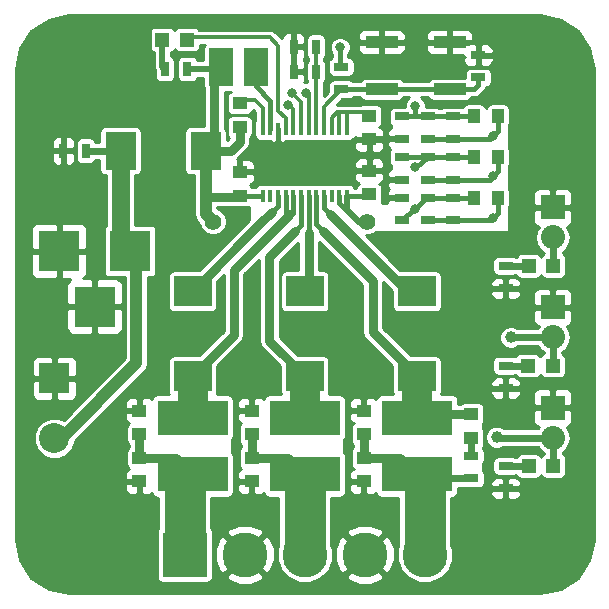
<source format=gtl>
G04 #@! TF.FileFunction,Copper,L1,Top,Signal*
%FSLAX46Y46*%
G04 Gerber Fmt 4.6, Leading zero omitted, Abs format (unit mm)*
G04 Created by KiCad (PCBNEW 4.0.2+dfsg1-stable) date gio 28 lug 2016 18:48:22 CEST*
%MOMM*%
G01*
G04 APERTURE LIST*
%ADD10C,0.100000*%
%ADD11R,1.250000X1.000000*%
%ADD12R,3.500120X3.500120*%
%ADD13R,2.600000X3.200000*%
%ADD14C,3.810000*%
%ADD15R,3.810000X3.810000*%
%ADD16R,1.000000X1.250000*%
%ADD17R,1.198880X1.198880*%
%ADD18R,2.000000X3.200000*%
%ADD19R,6.000000X3.000000*%
%ADD20R,2.540000X2.540000*%
%ADD21C,2.540000*%
%ADD22R,2.032000X2.032000*%
%ADD23O,2.032000X2.032000*%
%ADD24R,1.300000X0.700000*%
%ADD25R,0.700000X1.300000*%
%ADD26R,2.750000X1.000000*%
%ADD27C,6.400000*%
%ADD28R,3.200000X2.600000*%
%ADD29R,0.400000X1.100000*%
%ADD30R,3.250000X2.740000*%
%ADD31C,1.400000*%
%ADD32C,0.700000*%
%ADD33C,0.800000*%
%ADD34C,1.000000*%
%ADD35C,0.500000*%
%ADD36C,0.400000*%
%ADD37C,0.800000*%
%ADD38C,0.420000*%
%ADD39C,1.000000*%
%ADD40C,0.600000*%
%ADD41C,0.450000*%
%ADD42C,0.350000*%
%ADD43C,0.250000*%
%ADD44C,3.500000*%
%ADD45C,2.500000*%
%ADD46C,1.500000*%
%ADD47C,0.254000*%
G04 APERTURE END LIST*
D10*
D11*
X143100000Y-116300000D03*
X143100000Y-114300000D03*
D12*
X114200140Y-100500000D03*
X108200660Y-100500000D03*
X111200400Y-105199000D03*
D13*
X113400000Y-92000000D03*
X120600000Y-92000000D03*
D14*
X123920000Y-126200000D03*
X129000000Y-126200000D03*
D15*
X118840000Y-126200000D03*
D14*
X134080000Y-126200000D03*
X139160000Y-126200000D03*
D11*
X123500000Y-90000000D03*
X123500000Y-88000000D03*
X134450000Y-93700000D03*
X134450000Y-95700000D03*
X123500000Y-93800000D03*
X123500000Y-95800000D03*
X134450000Y-91050000D03*
X134450000Y-89050000D03*
D16*
X145350000Y-92550000D03*
X143350000Y-92550000D03*
D11*
X124500000Y-118000000D03*
X124500000Y-120000000D03*
X124500000Y-116000000D03*
X124500000Y-114000000D03*
D16*
X145350000Y-96000000D03*
X143350000Y-96000000D03*
D11*
X115000000Y-118000000D03*
X115000000Y-120000000D03*
X115000000Y-116000000D03*
X115000000Y-114000000D03*
D16*
X145350000Y-89100000D03*
X143350000Y-89100000D03*
D11*
X134000000Y-118000000D03*
X134000000Y-120000000D03*
X134000000Y-116000000D03*
X134000000Y-114000000D03*
D17*
X116950980Y-82600000D03*
X119049020Y-82600000D03*
X149999020Y-110200000D03*
X147900980Y-110200000D03*
X150049020Y-118700000D03*
X147950980Y-118700000D03*
X150049020Y-101750000D03*
X147950980Y-101750000D03*
D18*
X121900000Y-84950000D03*
X124900000Y-84950000D03*
D19*
X129000000Y-114600000D03*
X129000000Y-119400000D03*
X119500000Y-114600000D03*
X119500000Y-119400000D03*
X138500000Y-114600000D03*
X138500000Y-119400000D03*
D20*
X107800000Y-111260000D03*
D21*
X107800000Y-116340000D03*
D22*
X150000000Y-105250000D03*
D23*
X150000000Y-107790000D03*
D22*
X150000000Y-113750000D03*
D23*
X150000000Y-116290000D03*
D22*
X150000000Y-96800000D03*
D23*
X150000000Y-99340000D03*
D24*
X132100000Y-84900000D03*
X132100000Y-86800000D03*
X143700000Y-85800000D03*
X143700000Y-83900000D03*
D25*
X108550000Y-92000000D03*
X110450000Y-92000000D03*
X129950000Y-83200000D03*
X128050000Y-83200000D03*
X129950000Y-85300000D03*
X128050000Y-85300000D03*
D24*
X141550000Y-94450000D03*
X141550000Y-92550000D03*
X137250000Y-92550000D03*
X137250000Y-94450000D03*
X139400000Y-94450000D03*
X139400000Y-92550000D03*
X146000000Y-112100000D03*
X146000000Y-110200000D03*
X141550000Y-97900000D03*
X141550000Y-96000000D03*
X137250000Y-97900000D03*
X137250000Y-96000000D03*
X139450000Y-97900000D03*
X139450000Y-96000000D03*
X146000000Y-120600000D03*
X146000000Y-118700000D03*
X141550000Y-91000000D03*
X141550000Y-89100000D03*
X137250000Y-89100000D03*
X137250000Y-91000000D03*
X139400000Y-91000000D03*
X139400000Y-89100000D03*
X146000000Y-103650000D03*
X146000000Y-101750000D03*
D26*
X135525000Y-86800000D03*
X141275000Y-86800000D03*
X141275000Y-82800000D03*
X135525000Y-82800000D03*
D27*
X109000000Y-85000000D03*
X109000000Y-125000000D03*
X149000000Y-125000000D03*
X149000000Y-85000000D03*
D28*
X129000000Y-103900000D03*
X129000000Y-111100000D03*
X119500000Y-103900000D03*
X119500000Y-111100000D03*
X138500000Y-103900000D03*
X138500000Y-111100000D03*
D29*
X125425000Y-95850000D03*
X126075000Y-95850000D03*
X126725000Y-95850000D03*
X127375000Y-95850000D03*
X128025000Y-95850000D03*
X128675000Y-95850000D03*
X129325000Y-95850000D03*
X129975000Y-95850000D03*
X130625000Y-95850000D03*
X131275000Y-95850000D03*
X131925000Y-95850000D03*
X132575000Y-95850000D03*
X132575000Y-90150000D03*
X131925000Y-90150000D03*
X131275000Y-90150000D03*
X130625000Y-90150000D03*
X129975000Y-90150000D03*
X129325000Y-90150000D03*
X128675000Y-90150000D03*
X128025000Y-90150000D03*
X127375000Y-90150000D03*
X126725000Y-90150000D03*
X126075000Y-90150000D03*
X125425000Y-90150000D03*
D30*
X129000000Y-93000000D03*
D25*
X117160000Y-85090000D03*
X119060000Y-85090000D03*
D24*
X143100000Y-117850000D03*
X143100000Y-119750000D03*
D31*
X134250000Y-98000000D03*
X121250000Y-98000000D03*
D32*
X130100000Y-93900000D03*
X129000000Y-92200000D03*
X129000000Y-93800000D03*
X128200000Y-93000000D03*
X129800000Y-93000000D03*
X127900000Y-92100000D03*
X127900000Y-93900000D03*
X129000000Y-93000000D03*
X130100000Y-92100000D03*
D33*
X144900000Y-94150000D03*
D34*
X146450000Y-107800000D03*
D33*
X127900000Y-87100000D03*
X138350000Y-93400000D03*
X144900000Y-97700000D03*
D34*
X145250000Y-116250000D03*
D33*
X138350000Y-96900000D03*
X127600000Y-88100000D03*
X144900000Y-90750000D03*
X138350000Y-88200000D03*
X129100000Y-87100000D03*
X132000000Y-83250000D03*
D35*
X119060000Y-85090000D02*
X121760000Y-85090000D01*
X121760000Y-85090000D02*
X121900000Y-84950000D01*
D36*
X132575000Y-95850000D02*
X134150000Y-95850000D01*
X134150000Y-95850000D02*
X134450000Y-95550000D01*
D37*
X121900000Y-84950000D02*
X121350000Y-85500000D01*
X121350000Y-85500000D02*
X121350000Y-91250000D01*
X121350000Y-91250000D02*
X120600000Y-92000000D01*
D38*
X123500000Y-95800000D02*
X125375000Y-95800000D01*
D37*
X123400000Y-95900000D02*
X123500000Y-95800000D01*
X120600000Y-95900000D02*
X123400000Y-95900000D01*
D39*
X120600000Y-95900000D02*
X120600000Y-92000000D01*
D37*
X120600000Y-92000000D02*
X122750000Y-92000000D01*
X123500000Y-91250000D02*
X123500000Y-90000000D01*
X122750000Y-92000000D02*
X123500000Y-91250000D01*
D40*
X122250000Y-84400000D02*
X121750000Y-84900000D01*
D41*
X131925000Y-95850000D02*
X131925000Y-96425000D01*
D42*
X133500000Y-98000000D02*
X134250000Y-98000000D01*
D41*
X131925000Y-96425000D02*
X133500000Y-98000000D01*
D35*
X132575000Y-95850000D02*
X132575000Y-96825000D01*
D42*
X132575000Y-96825000D02*
X133750000Y-98000000D01*
X133750000Y-98000000D02*
X134250000Y-98000000D01*
D39*
X120600000Y-97350000D02*
X121250000Y-98000000D01*
X120600000Y-97350000D02*
X120600000Y-95900000D01*
D43*
X121500000Y-92000000D02*
X120600000Y-92000000D01*
X122250000Y-84400000D02*
X121500000Y-85150000D01*
X121500000Y-91100000D02*
X120600000Y-92000000D01*
D42*
X123750000Y-87750000D02*
X124750000Y-87750000D01*
X125425000Y-88425000D02*
X125425000Y-90150000D01*
X124750000Y-87750000D02*
X125425000Y-88425000D01*
D43*
X123750000Y-87750000D02*
X123500000Y-88000000D01*
D35*
X135750000Y-95800000D02*
X135750000Y-94700000D01*
X135950000Y-96000000D02*
X135750000Y-95800000D01*
X137250000Y-96000000D02*
X135950000Y-96000000D01*
X135750000Y-94700000D02*
X136000000Y-94450000D01*
X134450000Y-93700000D02*
X135650000Y-93700000D01*
X136000000Y-94450000D02*
X135850000Y-94300000D01*
X136000000Y-94450000D02*
X137250000Y-94450000D01*
X135850000Y-93850000D02*
X135850000Y-94300000D01*
X135700000Y-93700000D02*
X135850000Y-93850000D01*
X135650000Y-93700000D02*
X135700000Y-93700000D01*
X135750000Y-91000000D02*
X135700000Y-91050000D01*
X135700000Y-91050000D02*
X134450000Y-91050000D01*
X137250000Y-91000000D02*
X135750000Y-91000000D01*
X140450000Y-83000000D02*
X141100000Y-83000000D01*
D36*
X126725000Y-90150000D02*
X126725000Y-92225000D01*
D42*
X130100000Y-93900000D02*
X129200000Y-93000000D01*
X129000000Y-92200000D02*
X129000000Y-93000000D01*
X129000000Y-93800000D02*
X129000000Y-93000000D01*
X128200000Y-93000000D02*
X129000000Y-93000000D01*
X129800000Y-93000000D02*
X129000000Y-93000000D01*
X127900000Y-92100000D02*
X128100000Y-92100000D01*
X127900000Y-93900000D02*
X128100000Y-93900000D01*
X130100000Y-92100000D02*
X129200000Y-93000000D01*
X129200000Y-93000000D02*
X129000000Y-93000000D01*
X129500000Y-93000000D02*
X129000000Y-93000000D01*
X134150000Y-88750000D02*
X133500000Y-88750000D01*
X133250000Y-88750000D02*
X132500000Y-88750000D01*
X133250000Y-88750000D02*
X133500000Y-88750000D01*
X134150000Y-88750000D02*
X134450000Y-89050000D01*
X132575000Y-90150000D02*
X132575000Y-88750000D01*
D43*
X132575000Y-88750000D02*
X132500000Y-88750000D01*
D42*
X131925000Y-90150000D02*
X131925000Y-88750000D01*
X131925000Y-88750000D02*
X132000000Y-88750000D01*
X131275000Y-90150000D02*
X131275000Y-89225000D01*
X131750000Y-88750000D02*
X132000000Y-88750000D01*
X132000000Y-88750000D02*
X132500000Y-88750000D01*
X131275000Y-89225000D02*
X131750000Y-88750000D01*
D35*
X144900000Y-94150000D02*
X144925000Y-94175000D01*
X144925000Y-94175000D02*
X144900000Y-94150000D01*
X144900000Y-94150000D02*
X144900000Y-94200000D01*
D36*
X144350000Y-94450000D02*
X144650000Y-94450000D01*
X145350000Y-93500000D02*
X145350000Y-92550000D01*
X145350000Y-93750000D02*
X145350000Y-93500000D01*
X144650000Y-94450000D02*
X144900000Y-94200000D01*
X144900000Y-94200000D02*
X145350000Y-93750000D01*
X141550000Y-94450000D02*
X142550000Y-94450000D01*
X142550000Y-94450000D02*
X144350000Y-94450000D01*
X144350000Y-94450000D02*
X144400000Y-94450000D01*
X139400000Y-94450000D02*
X141550000Y-94450000D01*
D40*
X150000000Y-107790000D02*
X146460000Y-107790000D01*
X146460000Y-107790000D02*
X146450000Y-107800000D01*
X149999020Y-110200000D02*
X149999020Y-107790980D01*
X149999020Y-107790980D02*
X150000000Y-107790000D01*
D44*
X129000000Y-126200000D02*
X129000000Y-121000000D01*
D37*
X124500000Y-116000000D02*
X124500000Y-118000000D01*
X124500000Y-118000000D02*
X127600000Y-118000000D01*
X127600000Y-118000000D02*
X129000000Y-119400000D01*
D43*
X127600000Y-118000000D02*
X129000000Y-119400000D01*
X149960000Y-107750000D02*
X150000000Y-107790000D01*
D36*
X139400000Y-92550000D02*
X138400000Y-93400000D01*
D42*
X128675000Y-87925000D02*
X128675000Y-87875000D01*
X128675000Y-87925000D02*
X128675000Y-90150000D01*
X128675000Y-87875000D02*
X127900000Y-87100000D01*
D36*
X138350000Y-93400000D02*
X138400000Y-93400000D01*
X141550000Y-92550000D02*
X143350000Y-92550000D01*
X139400000Y-92550000D02*
X141550000Y-92550000D01*
X137250000Y-92550000D02*
X138500000Y-92550000D01*
X138500000Y-92550000D02*
X139400000Y-92550000D01*
D43*
X128675000Y-90150000D02*
X128650000Y-90125000D01*
D36*
X141550000Y-97900000D02*
X144700000Y-97900000D01*
X145350000Y-97250000D02*
X145350000Y-96000000D01*
X144700000Y-97900000D02*
X145350000Y-97250000D01*
X139450000Y-97900000D02*
X141550000Y-97900000D01*
D40*
X150000000Y-116290000D02*
X145290000Y-116290000D01*
X145290000Y-116290000D02*
X145250000Y-116250000D01*
X150049020Y-118700000D02*
X150049020Y-116339020D01*
X150049020Y-116339020D02*
X150000000Y-116290000D01*
D37*
X115000000Y-116000000D02*
X115000000Y-118000000D01*
X115000000Y-118000000D02*
X118100000Y-118000000D01*
X118100000Y-118000000D02*
X119500000Y-119400000D01*
D44*
X118840000Y-126250000D02*
X118840000Y-120060000D01*
D45*
X118840000Y-120060000D02*
X119500000Y-119400000D01*
D43*
X118840000Y-120060000D02*
X119500000Y-119400000D01*
X118100000Y-118000000D02*
X119500000Y-119400000D01*
D36*
X138350000Y-96900000D02*
X139250000Y-96000000D01*
D35*
X139250000Y-96000000D02*
X139450000Y-96000000D01*
D36*
X137250000Y-97900000D02*
X138250000Y-96900000D01*
D35*
X138250000Y-96900000D02*
X138350000Y-96900000D01*
D36*
X141550000Y-96000000D02*
X143350000Y-96000000D01*
X139450000Y-96000000D02*
X141550000Y-96000000D01*
D42*
X127650000Y-88100000D02*
X127850000Y-88300000D01*
X128025000Y-88475000D02*
X128025000Y-90150000D01*
X128025000Y-88475000D02*
X127850000Y-88300000D01*
X127650000Y-88100000D02*
X127600000Y-88100000D01*
D40*
X144900000Y-90750000D02*
X144950000Y-90700000D01*
D36*
X143050000Y-91000000D02*
X144650000Y-91000000D01*
X141550000Y-91000000D02*
X143050000Y-91000000D01*
X144650000Y-91000000D02*
X144950000Y-90700000D01*
X145350000Y-90300000D02*
X145350000Y-89100000D01*
X144950000Y-90700000D02*
X145350000Y-90300000D01*
X139400000Y-91000000D02*
X141550000Y-91000000D01*
D40*
X150049020Y-101750000D02*
X150049020Y-99389020D01*
X150049020Y-99389020D02*
X150000000Y-99340000D01*
X143100000Y-119750000D02*
X138850000Y-119750000D01*
X138850000Y-119750000D02*
X138500000Y-119400000D01*
D37*
X134000000Y-118000000D02*
X137100000Y-118000000D01*
X137100000Y-118000000D02*
X138500000Y-119400000D01*
D44*
X139160000Y-126250000D02*
X139160000Y-120060000D01*
D37*
X134000000Y-116000000D02*
X134000000Y-118000000D01*
D43*
X139160000Y-120060000D02*
X138500000Y-119400000D01*
X149960000Y-99300000D02*
X150000000Y-99340000D01*
X139000000Y-126090000D02*
X139160000Y-126250000D01*
D36*
X138350000Y-88200000D02*
X138350000Y-89100000D01*
D42*
X138350000Y-88200000D02*
X138400000Y-88250000D01*
D36*
X141550000Y-89100000D02*
X143550000Y-89100000D01*
X143550000Y-89100000D02*
X143600000Y-89050000D01*
X139400000Y-89100000D02*
X141550000Y-89100000D01*
X137250000Y-89100000D02*
X138350000Y-89100000D01*
X138350000Y-89100000D02*
X139400000Y-89100000D01*
D42*
X129100000Y-87100000D02*
X129250000Y-87250000D01*
X129325000Y-90150000D02*
X129325000Y-87325000D01*
D43*
X129325000Y-90150000D02*
X129350000Y-90125000D01*
D36*
X132000000Y-84800000D02*
X132000000Y-83250000D01*
D35*
X132000000Y-84800000D02*
X132100000Y-84900000D01*
D40*
X110450000Y-92000000D02*
X113400000Y-92000000D01*
D39*
X108410000Y-116340000D02*
X114750000Y-110000000D01*
X114750000Y-110000000D02*
X114750000Y-101049860D01*
X108410000Y-116340000D02*
X107800000Y-116340000D01*
X114750000Y-101049860D02*
X114200140Y-100500000D01*
X114200140Y-100500000D02*
X113400000Y-99699860D01*
D46*
X113400000Y-99699860D02*
X113400000Y-92000000D01*
D35*
X116950980Y-82600000D02*
X116950980Y-84880980D01*
X116950980Y-84880980D02*
X117160000Y-85090000D01*
D36*
X116600980Y-82250000D02*
X116950980Y-82600000D01*
D42*
X126750000Y-88350000D02*
X126750000Y-88600000D01*
X126750000Y-83100000D02*
X126050000Y-82400000D01*
X119249020Y-82400000D02*
X126050000Y-82400000D01*
X126750000Y-87450000D02*
X126750000Y-84000000D01*
X126750000Y-88350000D02*
X126750000Y-88200000D01*
X126750000Y-88200000D02*
X126750000Y-87450000D01*
X126750000Y-84000000D02*
X126750000Y-83100000D01*
X126750000Y-88600000D02*
X127375000Y-89225000D01*
X127375000Y-90150000D02*
X127375000Y-89225000D01*
X119249020Y-82400000D02*
X119049020Y-82600000D01*
D41*
X128675000Y-95850000D02*
X128675000Y-98325000D01*
X128675000Y-98325000D02*
X128200000Y-98800000D01*
D37*
X128200000Y-98800000D02*
X126000000Y-101000000D01*
X126000000Y-101000000D02*
X126000000Y-108100000D01*
X126000000Y-108100000D02*
X129000000Y-111100000D01*
D45*
X129000000Y-114600000D02*
X129000000Y-111100000D01*
D38*
X129325000Y-95850000D02*
X129325000Y-99000000D01*
D37*
X129325000Y-99000000D02*
X129325000Y-103575000D01*
D35*
X129325000Y-103575000D02*
X129000000Y-103900000D01*
D40*
X147900980Y-110200000D02*
X146000000Y-110200000D01*
D38*
X128025000Y-96850000D02*
X128025000Y-97275000D01*
X128025000Y-95850000D02*
X128025000Y-96800000D01*
X128025000Y-96850000D02*
X128025000Y-96800000D01*
X127600000Y-97700000D02*
X127600000Y-97500000D01*
X128025000Y-97275000D02*
X127600000Y-97700000D01*
D37*
X127050000Y-98050000D02*
X127600000Y-97500000D01*
X127600000Y-97500000D02*
X127700000Y-97400000D01*
X119500000Y-111100000D02*
X123000000Y-107600000D01*
X123000000Y-102900000D02*
X123000000Y-107600000D01*
X123000000Y-102900000D02*
X123000000Y-102100000D01*
X123000000Y-102100000D02*
X127050000Y-98050000D01*
D38*
X127375000Y-95850000D02*
X127375000Y-97400000D01*
D45*
X119500000Y-114600000D02*
X119500000Y-111100000D01*
D37*
X125250000Y-98150000D02*
X119500000Y-103900000D01*
D38*
X126725000Y-96675000D02*
X126200000Y-97200000D01*
D37*
X126200000Y-97200000D02*
X125250000Y-98150000D01*
D38*
X126725000Y-95850000D02*
X126725000Y-96675000D01*
D40*
X147950980Y-118700000D02*
X146000000Y-118700000D01*
D38*
X130625000Y-95850000D02*
X130625000Y-96875000D01*
X130625000Y-96875000D02*
X131125000Y-97375000D01*
D37*
X131125000Y-97375000D02*
X137150000Y-103400000D01*
D40*
X146550000Y-101750000D02*
X147950980Y-101750000D01*
D36*
X126075000Y-90150000D02*
X126075000Y-87825000D01*
X126075000Y-87825000D02*
X124900000Y-86550000D01*
X124900000Y-86550000D02*
X124900000Y-84950000D01*
X135525000Y-86800000D02*
X141275000Y-86800000D01*
X141275000Y-86800000D02*
X143350000Y-86800000D01*
X143350000Y-86800000D02*
X143700000Y-86450000D01*
X143700000Y-86450000D02*
X143700000Y-85800000D01*
X132100000Y-86800000D02*
X135525000Y-86800000D01*
D42*
X130625000Y-88900000D02*
X130625000Y-88275000D01*
X130625000Y-88275000D02*
X132100000Y-86800000D01*
X130625000Y-90150000D02*
X130625000Y-88900000D01*
X130625000Y-88900000D02*
X130625000Y-88875000D01*
X129950000Y-85300000D02*
X129950000Y-83100000D01*
X129975000Y-90150000D02*
X129975000Y-85325000D01*
D43*
X129975000Y-85325000D02*
X129950000Y-85300000D01*
X129975000Y-85325000D02*
X129950000Y-85300000D01*
D40*
X143100000Y-117850000D02*
X143100000Y-116300000D01*
D37*
X143100000Y-114300000D02*
X138800000Y-114300000D01*
X138800000Y-114300000D02*
X138500000Y-114600000D01*
X138500000Y-112700000D02*
X138600000Y-112600000D01*
D38*
X129975000Y-95850000D02*
X129975000Y-98225000D01*
D37*
X134750000Y-107350000D02*
X138500000Y-111100000D01*
D41*
X129975000Y-98225000D02*
X130525000Y-98775000D01*
D37*
X130525000Y-98775000D02*
X134750000Y-103000000D01*
X134750000Y-103000000D02*
X134750000Y-106350000D01*
X134750000Y-106350000D02*
X134750000Y-107350000D01*
D45*
X138500000Y-114600000D02*
X138500000Y-112600000D01*
X138500000Y-112600000D02*
X138500000Y-111100000D01*
D47*
G36*
X150698037Y-80900574D02*
X152137563Y-81862435D01*
X153099426Y-83301963D01*
X153448000Y-85054365D01*
X153448000Y-124945635D01*
X153099426Y-126698037D01*
X152137563Y-128137565D01*
X150698037Y-129099426D01*
X148945635Y-129448000D01*
X109054365Y-129448000D01*
X107301963Y-129099426D01*
X105862435Y-128137563D01*
X104900574Y-126698037D01*
X104552000Y-124945635D01*
X104552000Y-120285750D01*
X113740000Y-120285750D01*
X113740000Y-120626309D01*
X113836673Y-120859698D01*
X114015301Y-121038327D01*
X114248690Y-121135000D01*
X114714250Y-121135000D01*
X114873000Y-120976250D01*
X114873000Y-120127000D01*
X113898750Y-120127000D01*
X113740000Y-120285750D01*
X104552000Y-120285750D01*
X104552000Y-116685975D01*
X106052697Y-116685975D01*
X106318102Y-117328303D01*
X106809112Y-117820171D01*
X107450976Y-118086696D01*
X108145975Y-118087303D01*
X108788303Y-117821898D01*
X109280171Y-117330888D01*
X109546696Y-116689024D01*
X109546787Y-116584899D01*
X111845936Y-114285750D01*
X113740000Y-114285750D01*
X113740000Y-114626309D01*
X113836673Y-114859698D01*
X114015301Y-115038327D01*
X114134716Y-115087790D01*
X114035887Y-115151385D01*
X113926973Y-115310785D01*
X113888656Y-115500000D01*
X113888656Y-116500000D01*
X113921917Y-116676765D01*
X114026385Y-116839113D01*
X114123000Y-116905128D01*
X114123000Y-117095329D01*
X114035887Y-117151385D01*
X113926973Y-117310785D01*
X113888656Y-117500000D01*
X113888656Y-118500000D01*
X113921917Y-118676765D01*
X114026385Y-118839113D01*
X114133875Y-118912558D01*
X114015301Y-118961673D01*
X113836673Y-119140302D01*
X113740000Y-119373691D01*
X113740000Y-119714250D01*
X113898750Y-119873000D01*
X114873000Y-119873000D01*
X114873000Y-119853000D01*
X115127000Y-119853000D01*
X115127000Y-119873000D01*
X115147000Y-119873000D01*
X115147000Y-120127000D01*
X115127000Y-120127000D01*
X115127000Y-120976250D01*
X115285750Y-121135000D01*
X115751310Y-121135000D01*
X115984699Y-121038327D01*
X116030976Y-120992049D01*
X116046917Y-121076765D01*
X116151385Y-121239113D01*
X116310785Y-121348027D01*
X116500000Y-121386344D01*
X116613000Y-121386344D01*
X116613000Y-123935373D01*
X116595887Y-123946385D01*
X116486973Y-124105785D01*
X116448656Y-124295000D01*
X116448656Y-128105000D01*
X116481917Y-128281765D01*
X116586385Y-128444113D01*
X116745785Y-128553027D01*
X116935000Y-128591344D01*
X120745000Y-128591344D01*
X120921765Y-128558083D01*
X121084113Y-128453615D01*
X121193027Y-128294215D01*
X121231344Y-128105000D01*
X121231344Y-128006440D01*
X122293165Y-128006440D01*
X122502353Y-128367289D01*
X123439650Y-128744824D01*
X124450077Y-128734933D01*
X125337647Y-128367289D01*
X125546835Y-128006440D01*
X123920000Y-126379605D01*
X122293165Y-128006440D01*
X121231344Y-128006440D01*
X121231344Y-125719650D01*
X121375176Y-125719650D01*
X121385067Y-126730077D01*
X121752711Y-127617647D01*
X122113560Y-127826835D01*
X123740395Y-126200000D01*
X124099605Y-126200000D01*
X125726440Y-127826835D01*
X126087289Y-127617647D01*
X126464824Y-126680350D01*
X126454933Y-125669923D01*
X126087289Y-124782353D01*
X125726440Y-124573165D01*
X124099605Y-126200000D01*
X123740395Y-126200000D01*
X122113560Y-124573165D01*
X121752711Y-124782353D01*
X121375176Y-125719650D01*
X121231344Y-125719650D01*
X121231344Y-124393560D01*
X122293165Y-124393560D01*
X123920000Y-126020395D01*
X125546835Y-124393560D01*
X125337647Y-124032711D01*
X124400350Y-123655176D01*
X123389923Y-123665067D01*
X122502353Y-124032711D01*
X122293165Y-124393560D01*
X121231344Y-124393560D01*
X121231344Y-124295000D01*
X121198083Y-124118235D01*
X121093615Y-123955887D01*
X121067000Y-123937702D01*
X121067000Y-121386344D01*
X122500000Y-121386344D01*
X122676765Y-121353083D01*
X122839113Y-121248615D01*
X122948027Y-121089215D01*
X122986344Y-120900000D01*
X122986344Y-120285750D01*
X123240000Y-120285750D01*
X123240000Y-120626309D01*
X123336673Y-120859698D01*
X123515301Y-121038327D01*
X123748690Y-121135000D01*
X124214250Y-121135000D01*
X124373000Y-120976250D01*
X124373000Y-120127000D01*
X123398750Y-120127000D01*
X123240000Y-120285750D01*
X122986344Y-120285750D01*
X122986344Y-117900000D01*
X122953083Y-117723235D01*
X122848615Y-117560887D01*
X122827000Y-117546118D01*
X122827000Y-116456409D01*
X122839113Y-116448615D01*
X122948027Y-116289215D01*
X122986344Y-116100000D01*
X122986344Y-113373691D01*
X123240000Y-113373691D01*
X123240000Y-113714250D01*
X123398750Y-113873000D01*
X124373000Y-113873000D01*
X124373000Y-113023750D01*
X124214250Y-112865000D01*
X123748690Y-112865000D01*
X123515301Y-112961673D01*
X123336673Y-113140302D01*
X123240000Y-113373691D01*
X122986344Y-113373691D01*
X122986344Y-113100000D01*
X122953083Y-112923235D01*
X122848615Y-112760887D01*
X122689215Y-112651973D01*
X122500000Y-112613656D01*
X121531327Y-112613656D01*
X121548027Y-112589215D01*
X121586344Y-112400000D01*
X121586344Y-110253922D01*
X123620130Y-108220135D01*
X123620133Y-108220133D01*
X123770434Y-107995190D01*
X123810242Y-107935614D01*
X123877000Y-107600000D01*
X123877000Y-102463266D01*
X125123000Y-101217266D01*
X125123000Y-108100000D01*
X125189758Y-108435613D01*
X125379867Y-108720133D01*
X126913656Y-110253921D01*
X126913656Y-112400000D01*
X126946917Y-112576765D01*
X126970656Y-112613656D01*
X126000000Y-112613656D01*
X125823235Y-112646917D01*
X125660887Y-112751385D01*
X125551973Y-112910785D01*
X125532074Y-113009048D01*
X125484699Y-112961673D01*
X125251310Y-112865000D01*
X124785750Y-112865000D01*
X124627000Y-113023750D01*
X124627000Y-113873000D01*
X124647000Y-113873000D01*
X124647000Y-114127000D01*
X124627000Y-114127000D01*
X124627000Y-114147000D01*
X124373000Y-114147000D01*
X124373000Y-114127000D01*
X123398750Y-114127000D01*
X123240000Y-114285750D01*
X123240000Y-114626309D01*
X123336673Y-114859698D01*
X123515301Y-115038327D01*
X123634716Y-115087790D01*
X123535887Y-115151385D01*
X123426973Y-115310785D01*
X123388656Y-115500000D01*
X123388656Y-116500000D01*
X123421917Y-116676765D01*
X123526385Y-116839113D01*
X123623000Y-116905128D01*
X123623000Y-117095329D01*
X123535887Y-117151385D01*
X123426973Y-117310785D01*
X123388656Y-117500000D01*
X123388656Y-118500000D01*
X123421917Y-118676765D01*
X123526385Y-118839113D01*
X123633875Y-118912558D01*
X123515301Y-118961673D01*
X123336673Y-119140302D01*
X123240000Y-119373691D01*
X123240000Y-119714250D01*
X123398750Y-119873000D01*
X124373000Y-119873000D01*
X124373000Y-119853000D01*
X124627000Y-119853000D01*
X124627000Y-119873000D01*
X124647000Y-119873000D01*
X124647000Y-120127000D01*
X124627000Y-120127000D01*
X124627000Y-120976250D01*
X124785750Y-121135000D01*
X125251310Y-121135000D01*
X125484699Y-121038327D01*
X125530976Y-120992049D01*
X125546917Y-121076765D01*
X125651385Y-121239113D01*
X125810785Y-121348027D01*
X126000000Y-121386344D01*
X126773000Y-121386344D01*
X126773000Y-125351829D01*
X126618415Y-125724112D01*
X126617588Y-126671730D01*
X126979461Y-127547532D01*
X127648944Y-128218184D01*
X128524112Y-128581585D01*
X129471730Y-128582412D01*
X130347532Y-128220539D01*
X130562004Y-128006440D01*
X132453165Y-128006440D01*
X132662353Y-128367289D01*
X133599650Y-128744824D01*
X134610077Y-128734933D01*
X135497647Y-128367289D01*
X135706835Y-128006440D01*
X134080000Y-126379605D01*
X132453165Y-128006440D01*
X130562004Y-128006440D01*
X131018184Y-127551056D01*
X131381585Y-126675888D01*
X131382412Y-125728270D01*
X131378851Y-125719650D01*
X131535176Y-125719650D01*
X131545067Y-126730077D01*
X131912711Y-127617647D01*
X132273560Y-127826835D01*
X133900395Y-126200000D01*
X134259605Y-126200000D01*
X135886440Y-127826835D01*
X136247289Y-127617647D01*
X136624824Y-126680350D01*
X136614933Y-125669923D01*
X136247289Y-124782353D01*
X135886440Y-124573165D01*
X134259605Y-126200000D01*
X133900395Y-126200000D01*
X132273560Y-124573165D01*
X131912711Y-124782353D01*
X131535176Y-125719650D01*
X131378851Y-125719650D01*
X131227000Y-125352143D01*
X131227000Y-124393560D01*
X132453165Y-124393560D01*
X134080000Y-126020395D01*
X135706835Y-124393560D01*
X135497647Y-124032711D01*
X134560350Y-123655176D01*
X133549923Y-123665067D01*
X132662353Y-124032711D01*
X132453165Y-124393560D01*
X131227000Y-124393560D01*
X131227000Y-121386344D01*
X132000000Y-121386344D01*
X132176765Y-121353083D01*
X132339113Y-121248615D01*
X132448027Y-121089215D01*
X132486344Y-120900000D01*
X132486344Y-120285750D01*
X132740000Y-120285750D01*
X132740000Y-120626309D01*
X132836673Y-120859698D01*
X133015301Y-121038327D01*
X133248690Y-121135000D01*
X133714250Y-121135000D01*
X133873000Y-120976250D01*
X133873000Y-120127000D01*
X132898750Y-120127000D01*
X132740000Y-120285750D01*
X132486344Y-120285750D01*
X132486344Y-117900000D01*
X132453083Y-117723235D01*
X132348615Y-117560887D01*
X132327000Y-117546118D01*
X132327000Y-116456409D01*
X132339113Y-116448615D01*
X132448027Y-116289215D01*
X132486344Y-116100000D01*
X132486344Y-113373691D01*
X132740000Y-113373691D01*
X132740000Y-113714250D01*
X132898750Y-113873000D01*
X133873000Y-113873000D01*
X133873000Y-113023750D01*
X133714250Y-112865000D01*
X133248690Y-112865000D01*
X133015301Y-112961673D01*
X132836673Y-113140302D01*
X132740000Y-113373691D01*
X132486344Y-113373691D01*
X132486344Y-113100000D01*
X132453083Y-112923235D01*
X132348615Y-112760887D01*
X132189215Y-112651973D01*
X132000000Y-112613656D01*
X131031327Y-112613656D01*
X131048027Y-112589215D01*
X131086344Y-112400000D01*
X131086344Y-109800000D01*
X131053083Y-109623235D01*
X130948615Y-109460887D01*
X130789215Y-109351973D01*
X130600000Y-109313656D01*
X128453921Y-109313656D01*
X126877000Y-107736734D01*
X126877000Y-101363266D01*
X128448000Y-99792266D01*
X128448000Y-102113656D01*
X127400000Y-102113656D01*
X127223235Y-102146917D01*
X127060887Y-102251385D01*
X126951973Y-102410785D01*
X126913656Y-102600000D01*
X126913656Y-105200000D01*
X126946917Y-105376765D01*
X127051385Y-105539113D01*
X127210785Y-105648027D01*
X127400000Y-105686344D01*
X130600000Y-105686344D01*
X130776765Y-105653083D01*
X130939113Y-105548615D01*
X131048027Y-105389215D01*
X131086344Y-105200000D01*
X131086344Y-102600000D01*
X131053083Y-102423235D01*
X130948615Y-102260887D01*
X130789215Y-102151973D01*
X130600000Y-102113656D01*
X130202000Y-102113656D01*
X130202000Y-99692266D01*
X133873000Y-103363265D01*
X133873000Y-107350000D01*
X133939758Y-107685613D01*
X134129867Y-107970133D01*
X136413656Y-110253922D01*
X136413656Y-112400000D01*
X136446917Y-112576765D01*
X136470656Y-112613656D01*
X135500000Y-112613656D01*
X135323235Y-112646917D01*
X135160887Y-112751385D01*
X135051973Y-112910785D01*
X135032074Y-113009048D01*
X134984699Y-112961673D01*
X134751310Y-112865000D01*
X134285750Y-112865000D01*
X134127000Y-113023750D01*
X134127000Y-113873000D01*
X134147000Y-113873000D01*
X134147000Y-114127000D01*
X134127000Y-114127000D01*
X134127000Y-114147000D01*
X133873000Y-114147000D01*
X133873000Y-114127000D01*
X132898750Y-114127000D01*
X132740000Y-114285750D01*
X132740000Y-114626309D01*
X132836673Y-114859698D01*
X133015301Y-115038327D01*
X133134716Y-115087790D01*
X133035887Y-115151385D01*
X132926973Y-115310785D01*
X132888656Y-115500000D01*
X132888656Y-116500000D01*
X132921917Y-116676765D01*
X133026385Y-116839113D01*
X133123000Y-116905128D01*
X133123000Y-117095329D01*
X133035887Y-117151385D01*
X132926973Y-117310785D01*
X132888656Y-117500000D01*
X132888656Y-118500000D01*
X132921917Y-118676765D01*
X133026385Y-118839113D01*
X133133875Y-118912558D01*
X133015301Y-118961673D01*
X132836673Y-119140302D01*
X132740000Y-119373691D01*
X132740000Y-119714250D01*
X132898750Y-119873000D01*
X133873000Y-119873000D01*
X133873000Y-119853000D01*
X134127000Y-119853000D01*
X134127000Y-119873000D01*
X134147000Y-119873000D01*
X134147000Y-120127000D01*
X134127000Y-120127000D01*
X134127000Y-120976250D01*
X134285750Y-121135000D01*
X134751310Y-121135000D01*
X134984699Y-121038327D01*
X135030976Y-120992049D01*
X135046917Y-121076765D01*
X135151385Y-121239113D01*
X135310785Y-121348027D01*
X135500000Y-121386344D01*
X136933000Y-121386344D01*
X136933000Y-125351829D01*
X136778415Y-125724112D01*
X136777588Y-126671730D01*
X137139461Y-127547532D01*
X137808944Y-128218184D01*
X138684112Y-128581585D01*
X139631730Y-128582412D01*
X140507532Y-128220539D01*
X141178184Y-127551056D01*
X141541585Y-126675888D01*
X141542412Y-125728270D01*
X141387000Y-125352143D01*
X141387000Y-121386344D01*
X141500000Y-121386344D01*
X141676765Y-121353083D01*
X141839113Y-121248615D01*
X141948027Y-121089215D01*
X141986344Y-120900000D01*
X141986344Y-120885750D01*
X144715000Y-120885750D01*
X144715000Y-121076309D01*
X144811673Y-121309698D01*
X144990301Y-121488327D01*
X145223690Y-121585000D01*
X145714250Y-121585000D01*
X145873000Y-121426250D01*
X145873000Y-120727000D01*
X146127000Y-120727000D01*
X146127000Y-121426250D01*
X146285750Y-121585000D01*
X146776310Y-121585000D01*
X147009699Y-121488327D01*
X147188327Y-121309698D01*
X147285000Y-121076309D01*
X147285000Y-120885750D01*
X147126250Y-120727000D01*
X146127000Y-120727000D01*
X145873000Y-120727000D01*
X144873750Y-120727000D01*
X144715000Y-120885750D01*
X141986344Y-120885750D01*
X141986344Y-120527000D01*
X142230011Y-120527000D01*
X142260785Y-120548027D01*
X142450000Y-120586344D01*
X143750000Y-120586344D01*
X143926765Y-120553083D01*
X144089113Y-120448615D01*
X144198027Y-120289215D01*
X144231546Y-120123691D01*
X144715000Y-120123691D01*
X144715000Y-120314250D01*
X144873750Y-120473000D01*
X145873000Y-120473000D01*
X145873000Y-119773750D01*
X146127000Y-119773750D01*
X146127000Y-120473000D01*
X147126250Y-120473000D01*
X147285000Y-120314250D01*
X147285000Y-120123691D01*
X147188327Y-119890302D01*
X147009699Y-119711673D01*
X146776310Y-119615000D01*
X146285750Y-119615000D01*
X146127000Y-119773750D01*
X145873000Y-119773750D01*
X145714250Y-119615000D01*
X145223690Y-119615000D01*
X144990301Y-119711673D01*
X144811673Y-119890302D01*
X144715000Y-120123691D01*
X144231546Y-120123691D01*
X144236344Y-120100000D01*
X144236344Y-119400000D01*
X144203083Y-119223235D01*
X144127000Y-119104999D01*
X144127000Y-118493166D01*
X144198027Y-118389215D01*
X144236344Y-118200000D01*
X144236344Y-117500000D01*
X144203083Y-117323235D01*
X144127000Y-117204999D01*
X144127000Y-117056578D01*
X144173027Y-116989215D01*
X144211344Y-116800000D01*
X144211344Y-116443485D01*
X144272830Y-116443485D01*
X144421256Y-116802703D01*
X144695851Y-117077778D01*
X145054810Y-117226830D01*
X145443485Y-117227170D01*
X145802703Y-117078744D01*
X145814468Y-117067000D01*
X148728812Y-117067000D01*
X148915040Y-117345710D01*
X149272020Y-117584237D01*
X149272020Y-117647989D01*
X149110467Y-117751945D01*
X149001553Y-117911345D01*
X149000102Y-117918510D01*
X148899035Y-117761447D01*
X148739635Y-117652533D01*
X148550420Y-117614216D01*
X147351540Y-117614216D01*
X147174775Y-117647477D01*
X147012427Y-117751945D01*
X146903513Y-117911345D01*
X146901153Y-117923000D01*
X146869989Y-117923000D01*
X146839215Y-117901973D01*
X146650000Y-117863656D01*
X145350000Y-117863656D01*
X145173235Y-117896917D01*
X145010887Y-118001385D01*
X144901973Y-118160785D01*
X144863656Y-118350000D01*
X144863656Y-119050000D01*
X144896917Y-119226765D01*
X145001385Y-119389113D01*
X145160785Y-119498027D01*
X145350000Y-119536344D01*
X146650000Y-119536344D01*
X146826765Y-119503083D01*
X146867299Y-119477000D01*
X146898969Y-119477000D01*
X147002925Y-119638553D01*
X147162325Y-119747467D01*
X147351540Y-119785784D01*
X148550420Y-119785784D01*
X148727185Y-119752523D01*
X148889533Y-119648055D01*
X148998447Y-119488655D01*
X148999898Y-119481490D01*
X149100965Y-119638553D01*
X149260365Y-119747467D01*
X149449580Y-119785784D01*
X150648460Y-119785784D01*
X150825225Y-119752523D01*
X150987573Y-119648055D01*
X151096487Y-119488655D01*
X151134804Y-119299440D01*
X151134804Y-118100560D01*
X151101543Y-117923795D01*
X150997075Y-117761447D01*
X150837675Y-117652533D01*
X150826020Y-117650173D01*
X150826020Y-117518728D01*
X151084960Y-117345710D01*
X151408602Y-116861346D01*
X151522250Y-116290000D01*
X151408602Y-115718654D01*
X151184637Y-115383467D01*
X151375698Y-115304327D01*
X151554327Y-115125699D01*
X151651000Y-114892310D01*
X151651000Y-114035750D01*
X151492250Y-113877000D01*
X150127000Y-113877000D01*
X150127000Y-113897000D01*
X149873000Y-113897000D01*
X149873000Y-113877000D01*
X148507750Y-113877000D01*
X148349000Y-114035750D01*
X148349000Y-114892310D01*
X148445673Y-115125699D01*
X148624302Y-115304327D01*
X148815363Y-115383467D01*
X148728812Y-115513000D01*
X145894769Y-115513000D01*
X145804149Y-115422222D01*
X145445190Y-115273170D01*
X145056515Y-115272830D01*
X144697297Y-115421256D01*
X144422222Y-115695851D01*
X144273170Y-116054810D01*
X144272830Y-116443485D01*
X144211344Y-116443485D01*
X144211344Y-115800000D01*
X144178083Y-115623235D01*
X144127000Y-115543850D01*
X144127000Y-115056577D01*
X144173027Y-114989215D01*
X144211344Y-114800000D01*
X144211344Y-113800000D01*
X144178083Y-113623235D01*
X144073615Y-113460887D01*
X143914215Y-113351973D01*
X143725000Y-113313656D01*
X142475000Y-113313656D01*
X142298235Y-113346917D01*
X142179999Y-113423000D01*
X141986344Y-113423000D01*
X141986344Y-113100000D01*
X141953083Y-112923235D01*
X141848615Y-112760887D01*
X141689215Y-112651973D01*
X141500000Y-112613656D01*
X140531327Y-112613656D01*
X140548027Y-112589215D01*
X140586344Y-112400000D01*
X140586344Y-112385750D01*
X144715000Y-112385750D01*
X144715000Y-112576309D01*
X144811673Y-112809698D01*
X144990301Y-112988327D01*
X145223690Y-113085000D01*
X145714250Y-113085000D01*
X145873000Y-112926250D01*
X145873000Y-112227000D01*
X146127000Y-112227000D01*
X146127000Y-112926250D01*
X146285750Y-113085000D01*
X146776310Y-113085000D01*
X147009699Y-112988327D01*
X147188327Y-112809698D01*
X147272001Y-112607690D01*
X148349000Y-112607690D01*
X148349000Y-113464250D01*
X148507750Y-113623000D01*
X149873000Y-113623000D01*
X149873000Y-112257750D01*
X150127000Y-112257750D01*
X150127000Y-113623000D01*
X151492250Y-113623000D01*
X151651000Y-113464250D01*
X151651000Y-112607690D01*
X151554327Y-112374301D01*
X151375698Y-112195673D01*
X151142309Y-112099000D01*
X150285750Y-112099000D01*
X150127000Y-112257750D01*
X149873000Y-112257750D01*
X149714250Y-112099000D01*
X148857691Y-112099000D01*
X148624302Y-112195673D01*
X148445673Y-112374301D01*
X148349000Y-112607690D01*
X147272001Y-112607690D01*
X147285000Y-112576309D01*
X147285000Y-112385750D01*
X147126250Y-112227000D01*
X146127000Y-112227000D01*
X145873000Y-112227000D01*
X144873750Y-112227000D01*
X144715000Y-112385750D01*
X140586344Y-112385750D01*
X140586344Y-111623691D01*
X144715000Y-111623691D01*
X144715000Y-111814250D01*
X144873750Y-111973000D01*
X145873000Y-111973000D01*
X145873000Y-111273750D01*
X146127000Y-111273750D01*
X146127000Y-111973000D01*
X147126250Y-111973000D01*
X147285000Y-111814250D01*
X147285000Y-111623691D01*
X147188327Y-111390302D01*
X147009699Y-111211673D01*
X146776310Y-111115000D01*
X146285750Y-111115000D01*
X146127000Y-111273750D01*
X145873000Y-111273750D01*
X145714250Y-111115000D01*
X145223690Y-111115000D01*
X144990301Y-111211673D01*
X144811673Y-111390302D01*
X144715000Y-111623691D01*
X140586344Y-111623691D01*
X140586344Y-109850000D01*
X144863656Y-109850000D01*
X144863656Y-110550000D01*
X144896917Y-110726765D01*
X145001385Y-110889113D01*
X145160785Y-110998027D01*
X145350000Y-111036344D01*
X146650000Y-111036344D01*
X146826765Y-111003083D01*
X146854336Y-110985341D01*
X146952925Y-111138553D01*
X147112325Y-111247467D01*
X147301540Y-111285784D01*
X148500420Y-111285784D01*
X148677185Y-111252523D01*
X148839533Y-111148055D01*
X148948447Y-110988655D01*
X148949898Y-110981490D01*
X149050965Y-111138553D01*
X149210365Y-111247467D01*
X149399580Y-111285784D01*
X150598460Y-111285784D01*
X150775225Y-111252523D01*
X150937573Y-111148055D01*
X151046487Y-110988655D01*
X151084804Y-110799440D01*
X151084804Y-109600560D01*
X151051543Y-109423795D01*
X150947075Y-109261447D01*
X150787675Y-109152533D01*
X150776020Y-109150173D01*
X150776020Y-109052137D01*
X151084960Y-108845710D01*
X151408602Y-108361346D01*
X151522250Y-107790000D01*
X151408602Y-107218654D01*
X151184637Y-106883467D01*
X151375698Y-106804327D01*
X151554327Y-106625699D01*
X151651000Y-106392310D01*
X151651000Y-105535750D01*
X151492250Y-105377000D01*
X150127000Y-105377000D01*
X150127000Y-105397000D01*
X149873000Y-105397000D01*
X149873000Y-105377000D01*
X148507750Y-105377000D01*
X148349000Y-105535750D01*
X148349000Y-106392310D01*
X148445673Y-106625699D01*
X148624302Y-106804327D01*
X148815363Y-106883467D01*
X148728812Y-107013000D01*
X147044856Y-107013000D01*
X147004149Y-106972222D01*
X146645190Y-106823170D01*
X146256515Y-106822830D01*
X145897297Y-106971256D01*
X145622222Y-107245851D01*
X145473170Y-107604810D01*
X145472830Y-107993485D01*
X145621256Y-108352703D01*
X145895851Y-108627778D01*
X146254810Y-108776830D01*
X146643485Y-108777170D01*
X147002703Y-108628744D01*
X147064555Y-108567000D01*
X148728812Y-108567000D01*
X148915040Y-108845710D01*
X149222020Y-109050828D01*
X149222020Y-109147989D01*
X149060467Y-109251945D01*
X148951553Y-109411345D01*
X148950102Y-109418510D01*
X148849035Y-109261447D01*
X148689635Y-109152533D01*
X148500420Y-109114216D01*
X147301540Y-109114216D01*
X147124775Y-109147477D01*
X146962427Y-109251945D01*
X146853513Y-109411345D01*
X146853442Y-109411694D01*
X146839215Y-109401973D01*
X146650000Y-109363656D01*
X145350000Y-109363656D01*
X145173235Y-109396917D01*
X145010887Y-109501385D01*
X144901973Y-109660785D01*
X144863656Y-109850000D01*
X140586344Y-109850000D01*
X140586344Y-109800000D01*
X140553083Y-109623235D01*
X140448615Y-109460887D01*
X140289215Y-109351973D01*
X140100000Y-109313656D01*
X137953922Y-109313656D01*
X135627000Y-106986734D01*
X135627000Y-103117265D01*
X136413656Y-103903921D01*
X136413656Y-105200000D01*
X136446917Y-105376765D01*
X136551385Y-105539113D01*
X136710785Y-105648027D01*
X136900000Y-105686344D01*
X140100000Y-105686344D01*
X140276765Y-105653083D01*
X140439113Y-105548615D01*
X140548027Y-105389215D01*
X140586344Y-105200000D01*
X140586344Y-103935750D01*
X144715000Y-103935750D01*
X144715000Y-104126309D01*
X144811673Y-104359698D01*
X144990301Y-104538327D01*
X145223690Y-104635000D01*
X145714250Y-104635000D01*
X145873000Y-104476250D01*
X145873000Y-103777000D01*
X146127000Y-103777000D01*
X146127000Y-104476250D01*
X146285750Y-104635000D01*
X146776310Y-104635000D01*
X147009699Y-104538327D01*
X147188327Y-104359698D01*
X147285000Y-104126309D01*
X147285000Y-104107690D01*
X148349000Y-104107690D01*
X148349000Y-104964250D01*
X148507750Y-105123000D01*
X149873000Y-105123000D01*
X149873000Y-103757750D01*
X150127000Y-103757750D01*
X150127000Y-105123000D01*
X151492250Y-105123000D01*
X151651000Y-104964250D01*
X151651000Y-104107690D01*
X151554327Y-103874301D01*
X151375698Y-103695673D01*
X151142309Y-103599000D01*
X150285750Y-103599000D01*
X150127000Y-103757750D01*
X149873000Y-103757750D01*
X149714250Y-103599000D01*
X148857691Y-103599000D01*
X148624302Y-103695673D01*
X148445673Y-103874301D01*
X148349000Y-104107690D01*
X147285000Y-104107690D01*
X147285000Y-103935750D01*
X147126250Y-103777000D01*
X146127000Y-103777000D01*
X145873000Y-103777000D01*
X144873750Y-103777000D01*
X144715000Y-103935750D01*
X140586344Y-103935750D01*
X140586344Y-103173691D01*
X144715000Y-103173691D01*
X144715000Y-103364250D01*
X144873750Y-103523000D01*
X145873000Y-103523000D01*
X145873000Y-102823750D01*
X146127000Y-102823750D01*
X146127000Y-103523000D01*
X147126250Y-103523000D01*
X147285000Y-103364250D01*
X147285000Y-103173691D01*
X147188327Y-102940302D01*
X147009699Y-102761673D01*
X146776310Y-102665000D01*
X146285750Y-102665000D01*
X146127000Y-102823750D01*
X145873000Y-102823750D01*
X145714250Y-102665000D01*
X145223690Y-102665000D01*
X144990301Y-102761673D01*
X144811673Y-102940302D01*
X144715000Y-103173691D01*
X140586344Y-103173691D01*
X140586344Y-102600000D01*
X140553083Y-102423235D01*
X140448615Y-102260887D01*
X140289215Y-102151973D01*
X140100000Y-102113656D01*
X137103921Y-102113656D01*
X136390266Y-101400000D01*
X144863656Y-101400000D01*
X144863656Y-102100000D01*
X144896917Y-102276765D01*
X145001385Y-102439113D01*
X145160785Y-102548027D01*
X145350000Y-102586344D01*
X146650000Y-102586344D01*
X146826765Y-102553083D01*
X146867299Y-102527000D01*
X146898969Y-102527000D01*
X147002925Y-102688553D01*
X147162325Y-102797467D01*
X147351540Y-102835784D01*
X148550420Y-102835784D01*
X148727185Y-102802523D01*
X148889533Y-102698055D01*
X148998447Y-102538655D01*
X148999898Y-102531490D01*
X149100965Y-102688553D01*
X149260365Y-102797467D01*
X149449580Y-102835784D01*
X150648460Y-102835784D01*
X150825225Y-102802523D01*
X150987573Y-102698055D01*
X151096487Y-102538655D01*
X151134804Y-102349440D01*
X151134804Y-101150560D01*
X151101543Y-100973795D01*
X150997075Y-100811447D01*
X150837675Y-100702533D01*
X150826020Y-100700173D01*
X150826020Y-100568728D01*
X151084960Y-100395710D01*
X151408602Y-99911346D01*
X151522250Y-99340000D01*
X151408602Y-98768654D01*
X151184637Y-98433467D01*
X151375698Y-98354327D01*
X151554327Y-98175699D01*
X151651000Y-97942310D01*
X151651000Y-97085750D01*
X151492250Y-96927000D01*
X150127000Y-96927000D01*
X150127000Y-96947000D01*
X149873000Y-96947000D01*
X149873000Y-96927000D01*
X148507750Y-96927000D01*
X148349000Y-97085750D01*
X148349000Y-97942310D01*
X148445673Y-98175699D01*
X148624302Y-98354327D01*
X148815363Y-98433467D01*
X148591398Y-98768654D01*
X148477750Y-99340000D01*
X148591398Y-99911346D01*
X148915040Y-100395710D01*
X149272020Y-100634237D01*
X149272020Y-100697989D01*
X149110467Y-100801945D01*
X149001553Y-100961345D01*
X149000102Y-100968510D01*
X148899035Y-100811447D01*
X148739635Y-100702533D01*
X148550420Y-100664216D01*
X147351540Y-100664216D01*
X147174775Y-100697477D01*
X147012427Y-100801945D01*
X146903513Y-100961345D01*
X146901153Y-100973000D01*
X146869989Y-100973000D01*
X146839215Y-100951973D01*
X146650000Y-100913656D01*
X145350000Y-100913656D01*
X145173235Y-100946917D01*
X145010887Y-101051385D01*
X144901973Y-101210785D01*
X144863656Y-101400000D01*
X136390266Y-101400000D01*
X134167194Y-99176928D01*
X134483093Y-99177204D01*
X134915846Y-98998394D01*
X134987365Y-98927000D01*
X146200000Y-98927000D01*
X146249410Y-98916994D01*
X146291035Y-98888553D01*
X146318315Y-98846159D01*
X146327000Y-98800000D01*
X146327000Y-96671142D01*
X146336344Y-96625000D01*
X146336344Y-95657690D01*
X148349000Y-95657690D01*
X148349000Y-96514250D01*
X148507750Y-96673000D01*
X149873000Y-96673000D01*
X149873000Y-95307750D01*
X150127000Y-95307750D01*
X150127000Y-96673000D01*
X151492250Y-96673000D01*
X151651000Y-96514250D01*
X151651000Y-95657690D01*
X151554327Y-95424301D01*
X151375698Y-95245673D01*
X151142309Y-95149000D01*
X150285750Y-95149000D01*
X150127000Y-95307750D01*
X149873000Y-95307750D01*
X149714250Y-95149000D01*
X148857691Y-95149000D01*
X148624302Y-95245673D01*
X148445673Y-95424301D01*
X148349000Y-95657690D01*
X146336344Y-95657690D01*
X146336344Y-95375000D01*
X146327000Y-95325341D01*
X146327000Y-93221142D01*
X146336344Y-93175000D01*
X146336344Y-91925000D01*
X146327000Y-91875341D01*
X146327000Y-89771142D01*
X146336344Y-89725000D01*
X146336344Y-88475000D01*
X146303083Y-88298235D01*
X146198615Y-88135887D01*
X146039215Y-88026973D01*
X145850000Y-87988656D01*
X144850000Y-87988656D01*
X144673235Y-88021917D01*
X144510887Y-88126385D01*
X144401973Y-88285785D01*
X144374186Y-88423000D01*
X144326559Y-88423000D01*
X144303083Y-88298235D01*
X144198615Y-88135887D01*
X144039215Y-88026973D01*
X143850000Y-87988656D01*
X142850000Y-87988656D01*
X142673235Y-88021917D01*
X142510887Y-88126385D01*
X142401973Y-88285785D01*
X142397543Y-88307663D01*
X142389215Y-88301973D01*
X142200000Y-88263656D01*
X140900000Y-88263656D01*
X140723235Y-88296917D01*
X140560887Y-88401385D01*
X140546118Y-88423000D01*
X140406409Y-88423000D01*
X140398615Y-88410887D01*
X140239215Y-88301973D01*
X140050000Y-88263656D01*
X139226944Y-88263656D01*
X139227151Y-88026319D01*
X139093918Y-87703869D01*
X138867445Y-87477000D01*
X139447068Y-87477000D01*
X139551385Y-87639113D01*
X139710785Y-87748027D01*
X139900000Y-87786344D01*
X142650000Y-87786344D01*
X142826765Y-87753083D01*
X142989113Y-87648615D01*
X143098027Y-87489215D01*
X143100501Y-87477000D01*
X143350000Y-87477000D01*
X143609077Y-87425466D01*
X143828711Y-87278711D01*
X144178711Y-86928711D01*
X144325467Y-86709076D01*
X144339934Y-86636344D01*
X144350000Y-86636344D01*
X144526765Y-86603083D01*
X144689113Y-86498615D01*
X144798027Y-86339215D01*
X144836344Y-86150000D01*
X144836344Y-85450000D01*
X144803083Y-85273235D01*
X144698615Y-85110887D01*
X144539215Y-85001973D01*
X144350000Y-84963656D01*
X143050000Y-84963656D01*
X142873235Y-84996917D01*
X142710887Y-85101385D01*
X142601973Y-85260785D01*
X142563656Y-85450000D01*
X142563656Y-85813656D01*
X139900000Y-85813656D01*
X139723235Y-85846917D01*
X139560887Y-85951385D01*
X139451973Y-86110785D01*
X139449499Y-86123000D01*
X137352932Y-86123000D01*
X137248615Y-85960887D01*
X137089215Y-85851973D01*
X136900000Y-85813656D01*
X134150000Y-85813656D01*
X133973235Y-85846917D01*
X133810887Y-85951385D01*
X133701973Y-86110785D01*
X133699499Y-86123000D01*
X133106409Y-86123000D01*
X133098615Y-86110887D01*
X132939215Y-86001973D01*
X132750000Y-85963656D01*
X131450000Y-85963656D01*
X131273235Y-85996917D01*
X131110887Y-86101385D01*
X131001973Y-86260785D01*
X130963656Y-86450000D01*
X130963656Y-87014276D01*
X130627000Y-87350932D01*
X130627000Y-86306409D01*
X130639113Y-86298615D01*
X130748027Y-86139215D01*
X130786344Y-85950000D01*
X130786344Y-84650000D01*
X130767528Y-84550000D01*
X130963656Y-84550000D01*
X130963656Y-85250000D01*
X130996917Y-85426765D01*
X131101385Y-85589113D01*
X131260785Y-85698027D01*
X131450000Y-85736344D01*
X132750000Y-85736344D01*
X132926765Y-85703083D01*
X133089113Y-85598615D01*
X133198027Y-85439215D01*
X133236344Y-85250000D01*
X133236344Y-84550000D01*
X133203083Y-84373235D01*
X133098615Y-84210887D01*
X132939215Y-84101973D01*
X132750000Y-84063656D01*
X132677000Y-84063656D01*
X132677000Y-83813365D01*
X132743051Y-83747429D01*
X132876847Y-83425211D01*
X132877142Y-83085750D01*
X133515000Y-83085750D01*
X133515000Y-83426310D01*
X133611673Y-83659699D01*
X133790302Y-83838327D01*
X134023691Y-83935000D01*
X135239250Y-83935000D01*
X135398000Y-83776250D01*
X135398000Y-82927000D01*
X135652000Y-82927000D01*
X135652000Y-83776250D01*
X135810750Y-83935000D01*
X137026309Y-83935000D01*
X137259698Y-83838327D01*
X137438327Y-83659699D01*
X137535000Y-83426310D01*
X137535000Y-83085750D01*
X139265000Y-83085750D01*
X139265000Y-83426310D01*
X139361673Y-83659699D01*
X139540302Y-83838327D01*
X139773691Y-83935000D01*
X140989250Y-83935000D01*
X141148000Y-83776250D01*
X141148000Y-82927000D01*
X141402000Y-82927000D01*
X141402000Y-83776250D01*
X141560750Y-83935000D01*
X142415000Y-83935000D01*
X142415000Y-84027002D01*
X142573748Y-84027002D01*
X142415000Y-84185750D01*
X142415000Y-84376309D01*
X142511673Y-84609698D01*
X142690301Y-84788327D01*
X142923690Y-84885000D01*
X143414250Y-84885000D01*
X143573000Y-84726250D01*
X143573000Y-84027000D01*
X143827000Y-84027000D01*
X143827000Y-84726250D01*
X143985750Y-84885000D01*
X144476310Y-84885000D01*
X144709699Y-84788327D01*
X144888327Y-84609698D01*
X144985000Y-84376309D01*
X144985000Y-84185750D01*
X144826250Y-84027000D01*
X143827000Y-84027000D01*
X143573000Y-84027000D01*
X143553000Y-84027000D01*
X143553000Y-83773000D01*
X143573000Y-83773000D01*
X143573000Y-83073750D01*
X143827000Y-83073750D01*
X143827000Y-83773000D01*
X144826250Y-83773000D01*
X144985000Y-83614250D01*
X144985000Y-83423691D01*
X144888327Y-83190302D01*
X144709699Y-83011673D01*
X144476310Y-82915000D01*
X143985750Y-82915000D01*
X143827000Y-83073750D01*
X143573000Y-83073750D01*
X143414250Y-82915000D01*
X142923690Y-82915000D01*
X142894719Y-82927000D01*
X141402000Y-82927000D01*
X141148000Y-82927000D01*
X139423750Y-82927000D01*
X139265000Y-83085750D01*
X137535000Y-83085750D01*
X137376250Y-82927000D01*
X135652000Y-82927000D01*
X135398000Y-82927000D01*
X133673750Y-82927000D01*
X133515000Y-83085750D01*
X132877142Y-83085750D01*
X132877151Y-83076319D01*
X132743918Y-82753869D01*
X132497429Y-82506949D01*
X132175211Y-82373153D01*
X131826319Y-82372849D01*
X131503869Y-82506082D01*
X131256949Y-82752571D01*
X131123153Y-83074789D01*
X131122849Y-83423681D01*
X131256082Y-83746131D01*
X131323000Y-83813166D01*
X131323000Y-84087553D01*
X131273235Y-84096917D01*
X131110887Y-84201385D01*
X131001973Y-84360785D01*
X130963656Y-84550000D01*
X130767528Y-84550000D01*
X130753083Y-84473235D01*
X130648615Y-84310887D01*
X130602000Y-84279036D01*
X130602000Y-84222497D01*
X130639113Y-84198615D01*
X130748027Y-84039215D01*
X130786344Y-83850000D01*
X130786344Y-82550000D01*
X130753083Y-82373235D01*
X130648615Y-82210887D01*
X130594176Y-82173690D01*
X133515000Y-82173690D01*
X133515000Y-82514250D01*
X133673750Y-82673000D01*
X135398000Y-82673000D01*
X135398000Y-81823750D01*
X135652000Y-81823750D01*
X135652000Y-82673000D01*
X137376250Y-82673000D01*
X137535000Y-82514250D01*
X137535000Y-82173690D01*
X139265000Y-82173690D01*
X139265000Y-82514250D01*
X139423750Y-82673000D01*
X141148000Y-82673000D01*
X141148000Y-81823750D01*
X141402000Y-81823750D01*
X141402000Y-82673000D01*
X143126250Y-82673000D01*
X143285000Y-82514250D01*
X143285000Y-82173690D01*
X143188327Y-81940301D01*
X143009698Y-81761673D01*
X142776309Y-81665000D01*
X141560750Y-81665000D01*
X141402000Y-81823750D01*
X141148000Y-81823750D01*
X140989250Y-81665000D01*
X139773691Y-81665000D01*
X139540302Y-81761673D01*
X139361673Y-81940301D01*
X139265000Y-82173690D01*
X137535000Y-82173690D01*
X137438327Y-81940301D01*
X137259698Y-81761673D01*
X137026309Y-81665000D01*
X135810750Y-81665000D01*
X135652000Y-81823750D01*
X135398000Y-81823750D01*
X135239250Y-81665000D01*
X134023691Y-81665000D01*
X133790302Y-81761673D01*
X133611673Y-81940301D01*
X133515000Y-82173690D01*
X130594176Y-82173690D01*
X130489215Y-82101973D01*
X130300000Y-82063656D01*
X129600000Y-82063656D01*
X129423235Y-82096917D01*
X129260887Y-82201385D01*
X129151973Y-82360785D01*
X129113656Y-82550000D01*
X129113656Y-83850000D01*
X129146917Y-84026765D01*
X129251385Y-84189113D01*
X129298000Y-84220964D01*
X129298000Y-84277503D01*
X129260887Y-84301385D01*
X129151973Y-84460785D01*
X129113656Y-84650000D01*
X129113656Y-85950000D01*
X129146917Y-86126765D01*
X129208904Y-86223095D01*
X128974284Y-86222891D01*
X129035000Y-86076310D01*
X129035000Y-85585750D01*
X128876250Y-85427000D01*
X128177000Y-85427000D01*
X128177000Y-85447000D01*
X127923000Y-85447000D01*
X127923000Y-85427000D01*
X127903000Y-85427000D01*
X127903000Y-85173000D01*
X127923000Y-85173000D01*
X127923000Y-83327000D01*
X128177000Y-83327000D01*
X128177000Y-85173000D01*
X128876250Y-85173000D01*
X129035000Y-85014250D01*
X129035000Y-84523690D01*
X128938327Y-84290301D01*
X128898026Y-84250000D01*
X128938327Y-84209699D01*
X129035000Y-83976310D01*
X129035000Y-83485750D01*
X128876250Y-83327000D01*
X128177000Y-83327000D01*
X127923000Y-83327000D01*
X127903000Y-83327000D01*
X127903000Y-83073000D01*
X127923000Y-83073000D01*
X127923000Y-82073750D01*
X128177000Y-82073750D01*
X128177000Y-83073000D01*
X128876250Y-83073000D01*
X129035000Y-82914250D01*
X129035000Y-82423690D01*
X128938327Y-82190301D01*
X128759698Y-82011673D01*
X128526309Y-81915000D01*
X128335750Y-81915000D01*
X128177000Y-82073750D01*
X127923000Y-82073750D01*
X127764250Y-81915000D01*
X127573691Y-81915000D01*
X127340302Y-82011673D01*
X127161673Y-82190301D01*
X127065000Y-82423690D01*
X127065000Y-82492933D01*
X126511034Y-81938966D01*
X126495131Y-81928340D01*
X126299510Y-81797631D01*
X126258113Y-81789396D01*
X126050000Y-81747999D01*
X126049995Y-81748000D01*
X120052770Y-81748000D01*
X119997075Y-81661447D01*
X119837675Y-81552533D01*
X119648460Y-81514216D01*
X118449580Y-81514216D01*
X118272815Y-81547477D01*
X118110467Y-81651945D01*
X118001553Y-81811345D01*
X118000102Y-81818510D01*
X117899035Y-81661447D01*
X117739635Y-81552533D01*
X117550420Y-81514216D01*
X116351540Y-81514216D01*
X116174775Y-81547477D01*
X116012427Y-81651945D01*
X115903513Y-81811345D01*
X115865196Y-82000560D01*
X115865196Y-83199440D01*
X115898457Y-83376205D01*
X116002925Y-83538553D01*
X116162325Y-83647467D01*
X116223980Y-83659952D01*
X116223980Y-84880975D01*
X116223979Y-84880980D01*
X116248047Y-85001973D01*
X116279320Y-85159191D01*
X116323656Y-85225545D01*
X116323656Y-85740000D01*
X116356917Y-85916765D01*
X116461385Y-86079113D01*
X116620785Y-86188027D01*
X116810000Y-86226344D01*
X117510000Y-86226344D01*
X117686765Y-86193083D01*
X117849113Y-86088615D01*
X117958027Y-85929215D01*
X117996344Y-85740000D01*
X117996344Y-84440000D01*
X117963083Y-84263235D01*
X117858615Y-84100887D01*
X117699215Y-83991973D01*
X117677980Y-83987673D01*
X117677980Y-83661782D01*
X117727185Y-83652523D01*
X117889533Y-83548055D01*
X117998447Y-83388655D01*
X117999898Y-83381490D01*
X118100965Y-83538553D01*
X118260365Y-83647467D01*
X118449580Y-83685784D01*
X119648460Y-83685784D01*
X119825225Y-83652523D01*
X119987573Y-83548055D01*
X120096487Y-83388655D01*
X120134804Y-83199440D01*
X120134804Y-83052000D01*
X120526303Y-83052000D01*
X120451973Y-83160785D01*
X120413656Y-83350000D01*
X120413656Y-84363000D01*
X119881855Y-84363000D01*
X119863083Y-84263235D01*
X119758615Y-84100887D01*
X119599215Y-83991973D01*
X119410000Y-83953656D01*
X118710000Y-83953656D01*
X118533235Y-83986917D01*
X118370887Y-84091385D01*
X118261973Y-84250785D01*
X118223656Y-84440000D01*
X118223656Y-85740000D01*
X118256917Y-85916765D01*
X118361385Y-86079113D01*
X118520785Y-86188027D01*
X118710000Y-86226344D01*
X119410000Y-86226344D01*
X119586765Y-86193083D01*
X119749113Y-86088615D01*
X119858027Y-85929215D01*
X119880751Y-85817000D01*
X120413656Y-85817000D01*
X120413656Y-86550000D01*
X120446917Y-86726765D01*
X120473000Y-86767299D01*
X120473000Y-89913656D01*
X119300000Y-89913656D01*
X119123235Y-89946917D01*
X118960887Y-90051385D01*
X118851973Y-90210785D01*
X118813656Y-90400000D01*
X118813656Y-93600000D01*
X118846917Y-93776765D01*
X118951385Y-93939113D01*
X119110785Y-94048027D01*
X119300000Y-94086344D01*
X119623000Y-94086344D01*
X119623000Y-97350000D01*
X119697370Y-97723882D01*
X119881867Y-98000000D01*
X119909157Y-98040843D01*
X120072821Y-98204507D01*
X120072796Y-98233093D01*
X120251606Y-98665846D01*
X120582412Y-98997230D01*
X121014853Y-99176795D01*
X121483093Y-99177204D01*
X121915846Y-98998394D01*
X122247230Y-98667588D01*
X122426795Y-98235147D01*
X122427204Y-97766907D01*
X122248394Y-97334154D01*
X121917588Y-97002770D01*
X121577000Y-96861346D01*
X121577000Y-96777000D01*
X122828858Y-96777000D01*
X122875000Y-96786344D01*
X124125000Y-96786344D01*
X124273000Y-96758496D01*
X124273000Y-97886734D01*
X120046078Y-102113656D01*
X117900000Y-102113656D01*
X117723235Y-102146917D01*
X117560887Y-102251385D01*
X117451973Y-102410785D01*
X117413656Y-102600000D01*
X117413656Y-105200000D01*
X117446917Y-105376765D01*
X117551385Y-105539113D01*
X117710785Y-105648027D01*
X117900000Y-105686344D01*
X121100000Y-105686344D01*
X121276765Y-105653083D01*
X121439113Y-105548615D01*
X121548027Y-105389215D01*
X121586344Y-105200000D01*
X121586344Y-103053922D01*
X122123000Y-102517266D01*
X122123000Y-107236735D01*
X120046078Y-109313656D01*
X117900000Y-109313656D01*
X117723235Y-109346917D01*
X117560887Y-109451385D01*
X117451973Y-109610785D01*
X117413656Y-109800000D01*
X117413656Y-112400000D01*
X117446917Y-112576765D01*
X117470656Y-112613656D01*
X116500000Y-112613656D01*
X116323235Y-112646917D01*
X116160887Y-112751385D01*
X116051973Y-112910785D01*
X116032074Y-113009048D01*
X115984699Y-112961673D01*
X115751310Y-112865000D01*
X115285750Y-112865000D01*
X115127000Y-113023750D01*
X115127000Y-113873000D01*
X115147000Y-113873000D01*
X115147000Y-114127000D01*
X115127000Y-114127000D01*
X115127000Y-114147000D01*
X114873000Y-114147000D01*
X114873000Y-114127000D01*
X113898750Y-114127000D01*
X113740000Y-114285750D01*
X111845936Y-114285750D01*
X112757995Y-113373691D01*
X113740000Y-113373691D01*
X113740000Y-113714250D01*
X113898750Y-113873000D01*
X114873000Y-113873000D01*
X114873000Y-113023750D01*
X114714250Y-112865000D01*
X114248690Y-112865000D01*
X114015301Y-112961673D01*
X113836673Y-113140302D01*
X113740000Y-113373691D01*
X112757995Y-113373691D01*
X115440843Y-110690843D01*
X115581812Y-110479868D01*
X115652630Y-110373882D01*
X115727000Y-110000000D01*
X115727000Y-102736404D01*
X115950200Y-102736404D01*
X116126965Y-102703143D01*
X116289313Y-102598675D01*
X116398227Y-102439275D01*
X116436544Y-102250060D01*
X116436544Y-98749940D01*
X116403283Y-98573175D01*
X116298815Y-98410827D01*
X116139415Y-98301913D01*
X115950200Y-98263596D01*
X114627000Y-98263596D01*
X114627000Y-94086344D01*
X114700000Y-94086344D01*
X114876765Y-94053083D01*
X115039113Y-93948615D01*
X115148027Y-93789215D01*
X115186344Y-93600000D01*
X115186344Y-90400000D01*
X115153083Y-90223235D01*
X115048615Y-90060887D01*
X114889215Y-89951973D01*
X114700000Y-89913656D01*
X112100000Y-89913656D01*
X111923235Y-89946917D01*
X111760887Y-90051385D01*
X111651973Y-90210785D01*
X111613656Y-90400000D01*
X111613656Y-91223000D01*
X111262447Y-91223000D01*
X111253083Y-91173235D01*
X111148615Y-91010887D01*
X110989215Y-90901973D01*
X110800000Y-90863656D01*
X110100000Y-90863656D01*
X109923235Y-90896917D01*
X109760887Y-91001385D01*
X109651973Y-91160785D01*
X109613656Y-91350000D01*
X109613656Y-92650000D01*
X109646917Y-92826765D01*
X109751385Y-92989113D01*
X109910785Y-93098027D01*
X110100000Y-93136344D01*
X110800000Y-93136344D01*
X110976765Y-93103083D01*
X111139113Y-92998615D01*
X111248027Y-92839215D01*
X111260626Y-92777000D01*
X111613656Y-92777000D01*
X111613656Y-93600000D01*
X111646917Y-93776765D01*
X111751385Y-93939113D01*
X111910785Y-94048027D01*
X112100000Y-94086344D01*
X112173000Y-94086344D01*
X112173000Y-98361408D01*
X112110967Y-98401325D01*
X112002053Y-98560725D01*
X111963736Y-98749940D01*
X111963736Y-102250060D01*
X111996997Y-102426825D01*
X112101465Y-102589173D01*
X112260865Y-102698087D01*
X112450080Y-102736404D01*
X113773000Y-102736404D01*
X113773000Y-109595314D01*
X108591343Y-114776971D01*
X108149024Y-114593304D01*
X107454025Y-114592697D01*
X106811697Y-114858102D01*
X106319829Y-115349112D01*
X106053304Y-115990976D01*
X106052697Y-116685975D01*
X104552000Y-116685975D01*
X104552000Y-111545750D01*
X105895000Y-111545750D01*
X105895000Y-112656309D01*
X105991673Y-112889698D01*
X106170301Y-113068327D01*
X106403690Y-113165000D01*
X107514250Y-113165000D01*
X107673000Y-113006250D01*
X107673000Y-111387000D01*
X107927000Y-111387000D01*
X107927000Y-113006250D01*
X108085750Y-113165000D01*
X109196310Y-113165000D01*
X109429699Y-113068327D01*
X109608327Y-112889698D01*
X109705000Y-112656309D01*
X109705000Y-111545750D01*
X109546250Y-111387000D01*
X107927000Y-111387000D01*
X107673000Y-111387000D01*
X106053750Y-111387000D01*
X105895000Y-111545750D01*
X104552000Y-111545750D01*
X104552000Y-109863691D01*
X105895000Y-109863691D01*
X105895000Y-110974250D01*
X106053750Y-111133000D01*
X107673000Y-111133000D01*
X107673000Y-109513750D01*
X107927000Y-109513750D01*
X107927000Y-111133000D01*
X109546250Y-111133000D01*
X109705000Y-110974250D01*
X109705000Y-109863691D01*
X109608327Y-109630302D01*
X109429699Y-109451673D01*
X109196310Y-109355000D01*
X108085750Y-109355000D01*
X107927000Y-109513750D01*
X107673000Y-109513750D01*
X107514250Y-109355000D01*
X106403690Y-109355000D01*
X106170301Y-109451673D01*
X105991673Y-109630302D01*
X105895000Y-109863691D01*
X104552000Y-109863691D01*
X104552000Y-105484750D01*
X108815340Y-105484750D01*
X108815340Y-107075370D01*
X108912013Y-107308759D01*
X109090642Y-107487387D01*
X109324031Y-107584060D01*
X110914650Y-107584060D01*
X111073400Y-107425310D01*
X111073400Y-105326000D01*
X111327400Y-105326000D01*
X111327400Y-107425310D01*
X111486150Y-107584060D01*
X113076769Y-107584060D01*
X113310158Y-107487387D01*
X113488787Y-107308759D01*
X113585460Y-107075370D01*
X113585460Y-105484750D01*
X113426710Y-105326000D01*
X111327400Y-105326000D01*
X111073400Y-105326000D01*
X108974090Y-105326000D01*
X108815340Y-105484750D01*
X104552000Y-105484750D01*
X104552000Y-100785750D01*
X105815600Y-100785750D01*
X105815600Y-102376370D01*
X105912273Y-102609759D01*
X106090902Y-102788387D01*
X106324291Y-102885060D01*
X107914910Y-102885060D01*
X108073660Y-102726310D01*
X108073660Y-100627000D01*
X108327660Y-100627000D01*
X108327660Y-102726310D01*
X108486410Y-102885060D01*
X109152332Y-102885060D01*
X109090642Y-102910613D01*
X108912013Y-103089241D01*
X108815340Y-103322630D01*
X108815340Y-104913250D01*
X108974090Y-105072000D01*
X111073400Y-105072000D01*
X111073400Y-102972690D01*
X111327400Y-102972690D01*
X111327400Y-105072000D01*
X113426710Y-105072000D01*
X113585460Y-104913250D01*
X113585460Y-103322630D01*
X113488787Y-103089241D01*
X113310158Y-102910613D01*
X113076769Y-102813940D01*
X111486150Y-102813940D01*
X111327400Y-102972690D01*
X111073400Y-102972690D01*
X110914650Y-102813940D01*
X110248728Y-102813940D01*
X110310418Y-102788387D01*
X110489047Y-102609759D01*
X110585720Y-102376370D01*
X110585720Y-100785750D01*
X110426970Y-100627000D01*
X108327660Y-100627000D01*
X108073660Y-100627000D01*
X105974350Y-100627000D01*
X105815600Y-100785750D01*
X104552000Y-100785750D01*
X104552000Y-98623630D01*
X105815600Y-98623630D01*
X105815600Y-100214250D01*
X105974350Y-100373000D01*
X108073660Y-100373000D01*
X108073660Y-98273690D01*
X108327660Y-98273690D01*
X108327660Y-100373000D01*
X110426970Y-100373000D01*
X110585720Y-100214250D01*
X110585720Y-98623630D01*
X110489047Y-98390241D01*
X110310418Y-98211613D01*
X110077029Y-98114940D01*
X108486410Y-98114940D01*
X108327660Y-98273690D01*
X108073660Y-98273690D01*
X107914910Y-98114940D01*
X106324291Y-98114940D01*
X106090902Y-98211613D01*
X105912273Y-98390241D01*
X105815600Y-98623630D01*
X104552000Y-98623630D01*
X104552000Y-92285750D01*
X107565000Y-92285750D01*
X107565000Y-92776310D01*
X107661673Y-93009699D01*
X107840302Y-93188327D01*
X108073691Y-93285000D01*
X108264250Y-93285000D01*
X108423000Y-93126250D01*
X108423000Y-92127000D01*
X108677000Y-92127000D01*
X108677000Y-93126250D01*
X108835750Y-93285000D01*
X109026309Y-93285000D01*
X109259698Y-93188327D01*
X109438327Y-93009699D01*
X109535000Y-92776310D01*
X109535000Y-92285750D01*
X109376250Y-92127000D01*
X108677000Y-92127000D01*
X108423000Y-92127000D01*
X107723750Y-92127000D01*
X107565000Y-92285750D01*
X104552000Y-92285750D01*
X104552000Y-91223690D01*
X107565000Y-91223690D01*
X107565000Y-91714250D01*
X107723750Y-91873000D01*
X108423000Y-91873000D01*
X108423000Y-90873750D01*
X108677000Y-90873750D01*
X108677000Y-91873000D01*
X109376250Y-91873000D01*
X109535000Y-91714250D01*
X109535000Y-91223690D01*
X109438327Y-90990301D01*
X109259698Y-90811673D01*
X109026309Y-90715000D01*
X108835750Y-90715000D01*
X108677000Y-90873750D01*
X108423000Y-90873750D01*
X108264250Y-90715000D01*
X108073691Y-90715000D01*
X107840302Y-90811673D01*
X107661673Y-90990301D01*
X107565000Y-91223690D01*
X104552000Y-91223690D01*
X104552000Y-85054365D01*
X104900574Y-83301963D01*
X105862435Y-81862437D01*
X107301963Y-80900574D01*
X109054365Y-80552000D01*
X148945635Y-80552000D01*
X150698037Y-80900574D01*
X150698037Y-80900574D01*
G37*
X150698037Y-80900574D02*
X152137563Y-81862435D01*
X153099426Y-83301963D01*
X153448000Y-85054365D01*
X153448000Y-124945635D01*
X153099426Y-126698037D01*
X152137563Y-128137565D01*
X150698037Y-129099426D01*
X148945635Y-129448000D01*
X109054365Y-129448000D01*
X107301963Y-129099426D01*
X105862435Y-128137563D01*
X104900574Y-126698037D01*
X104552000Y-124945635D01*
X104552000Y-120285750D01*
X113740000Y-120285750D01*
X113740000Y-120626309D01*
X113836673Y-120859698D01*
X114015301Y-121038327D01*
X114248690Y-121135000D01*
X114714250Y-121135000D01*
X114873000Y-120976250D01*
X114873000Y-120127000D01*
X113898750Y-120127000D01*
X113740000Y-120285750D01*
X104552000Y-120285750D01*
X104552000Y-116685975D01*
X106052697Y-116685975D01*
X106318102Y-117328303D01*
X106809112Y-117820171D01*
X107450976Y-118086696D01*
X108145975Y-118087303D01*
X108788303Y-117821898D01*
X109280171Y-117330888D01*
X109546696Y-116689024D01*
X109546787Y-116584899D01*
X111845936Y-114285750D01*
X113740000Y-114285750D01*
X113740000Y-114626309D01*
X113836673Y-114859698D01*
X114015301Y-115038327D01*
X114134716Y-115087790D01*
X114035887Y-115151385D01*
X113926973Y-115310785D01*
X113888656Y-115500000D01*
X113888656Y-116500000D01*
X113921917Y-116676765D01*
X114026385Y-116839113D01*
X114123000Y-116905128D01*
X114123000Y-117095329D01*
X114035887Y-117151385D01*
X113926973Y-117310785D01*
X113888656Y-117500000D01*
X113888656Y-118500000D01*
X113921917Y-118676765D01*
X114026385Y-118839113D01*
X114133875Y-118912558D01*
X114015301Y-118961673D01*
X113836673Y-119140302D01*
X113740000Y-119373691D01*
X113740000Y-119714250D01*
X113898750Y-119873000D01*
X114873000Y-119873000D01*
X114873000Y-119853000D01*
X115127000Y-119853000D01*
X115127000Y-119873000D01*
X115147000Y-119873000D01*
X115147000Y-120127000D01*
X115127000Y-120127000D01*
X115127000Y-120976250D01*
X115285750Y-121135000D01*
X115751310Y-121135000D01*
X115984699Y-121038327D01*
X116030976Y-120992049D01*
X116046917Y-121076765D01*
X116151385Y-121239113D01*
X116310785Y-121348027D01*
X116500000Y-121386344D01*
X116613000Y-121386344D01*
X116613000Y-123935373D01*
X116595887Y-123946385D01*
X116486973Y-124105785D01*
X116448656Y-124295000D01*
X116448656Y-128105000D01*
X116481917Y-128281765D01*
X116586385Y-128444113D01*
X116745785Y-128553027D01*
X116935000Y-128591344D01*
X120745000Y-128591344D01*
X120921765Y-128558083D01*
X121084113Y-128453615D01*
X121193027Y-128294215D01*
X121231344Y-128105000D01*
X121231344Y-128006440D01*
X122293165Y-128006440D01*
X122502353Y-128367289D01*
X123439650Y-128744824D01*
X124450077Y-128734933D01*
X125337647Y-128367289D01*
X125546835Y-128006440D01*
X123920000Y-126379605D01*
X122293165Y-128006440D01*
X121231344Y-128006440D01*
X121231344Y-125719650D01*
X121375176Y-125719650D01*
X121385067Y-126730077D01*
X121752711Y-127617647D01*
X122113560Y-127826835D01*
X123740395Y-126200000D01*
X124099605Y-126200000D01*
X125726440Y-127826835D01*
X126087289Y-127617647D01*
X126464824Y-126680350D01*
X126454933Y-125669923D01*
X126087289Y-124782353D01*
X125726440Y-124573165D01*
X124099605Y-126200000D01*
X123740395Y-126200000D01*
X122113560Y-124573165D01*
X121752711Y-124782353D01*
X121375176Y-125719650D01*
X121231344Y-125719650D01*
X121231344Y-124393560D01*
X122293165Y-124393560D01*
X123920000Y-126020395D01*
X125546835Y-124393560D01*
X125337647Y-124032711D01*
X124400350Y-123655176D01*
X123389923Y-123665067D01*
X122502353Y-124032711D01*
X122293165Y-124393560D01*
X121231344Y-124393560D01*
X121231344Y-124295000D01*
X121198083Y-124118235D01*
X121093615Y-123955887D01*
X121067000Y-123937702D01*
X121067000Y-121386344D01*
X122500000Y-121386344D01*
X122676765Y-121353083D01*
X122839113Y-121248615D01*
X122948027Y-121089215D01*
X122986344Y-120900000D01*
X122986344Y-120285750D01*
X123240000Y-120285750D01*
X123240000Y-120626309D01*
X123336673Y-120859698D01*
X123515301Y-121038327D01*
X123748690Y-121135000D01*
X124214250Y-121135000D01*
X124373000Y-120976250D01*
X124373000Y-120127000D01*
X123398750Y-120127000D01*
X123240000Y-120285750D01*
X122986344Y-120285750D01*
X122986344Y-117900000D01*
X122953083Y-117723235D01*
X122848615Y-117560887D01*
X122827000Y-117546118D01*
X122827000Y-116456409D01*
X122839113Y-116448615D01*
X122948027Y-116289215D01*
X122986344Y-116100000D01*
X122986344Y-113373691D01*
X123240000Y-113373691D01*
X123240000Y-113714250D01*
X123398750Y-113873000D01*
X124373000Y-113873000D01*
X124373000Y-113023750D01*
X124214250Y-112865000D01*
X123748690Y-112865000D01*
X123515301Y-112961673D01*
X123336673Y-113140302D01*
X123240000Y-113373691D01*
X122986344Y-113373691D01*
X122986344Y-113100000D01*
X122953083Y-112923235D01*
X122848615Y-112760887D01*
X122689215Y-112651973D01*
X122500000Y-112613656D01*
X121531327Y-112613656D01*
X121548027Y-112589215D01*
X121586344Y-112400000D01*
X121586344Y-110253922D01*
X123620130Y-108220135D01*
X123620133Y-108220133D01*
X123770434Y-107995190D01*
X123810242Y-107935614D01*
X123877000Y-107600000D01*
X123877000Y-102463266D01*
X125123000Y-101217266D01*
X125123000Y-108100000D01*
X125189758Y-108435613D01*
X125379867Y-108720133D01*
X126913656Y-110253921D01*
X126913656Y-112400000D01*
X126946917Y-112576765D01*
X126970656Y-112613656D01*
X126000000Y-112613656D01*
X125823235Y-112646917D01*
X125660887Y-112751385D01*
X125551973Y-112910785D01*
X125532074Y-113009048D01*
X125484699Y-112961673D01*
X125251310Y-112865000D01*
X124785750Y-112865000D01*
X124627000Y-113023750D01*
X124627000Y-113873000D01*
X124647000Y-113873000D01*
X124647000Y-114127000D01*
X124627000Y-114127000D01*
X124627000Y-114147000D01*
X124373000Y-114147000D01*
X124373000Y-114127000D01*
X123398750Y-114127000D01*
X123240000Y-114285750D01*
X123240000Y-114626309D01*
X123336673Y-114859698D01*
X123515301Y-115038327D01*
X123634716Y-115087790D01*
X123535887Y-115151385D01*
X123426973Y-115310785D01*
X123388656Y-115500000D01*
X123388656Y-116500000D01*
X123421917Y-116676765D01*
X123526385Y-116839113D01*
X123623000Y-116905128D01*
X123623000Y-117095329D01*
X123535887Y-117151385D01*
X123426973Y-117310785D01*
X123388656Y-117500000D01*
X123388656Y-118500000D01*
X123421917Y-118676765D01*
X123526385Y-118839113D01*
X123633875Y-118912558D01*
X123515301Y-118961673D01*
X123336673Y-119140302D01*
X123240000Y-119373691D01*
X123240000Y-119714250D01*
X123398750Y-119873000D01*
X124373000Y-119873000D01*
X124373000Y-119853000D01*
X124627000Y-119853000D01*
X124627000Y-119873000D01*
X124647000Y-119873000D01*
X124647000Y-120127000D01*
X124627000Y-120127000D01*
X124627000Y-120976250D01*
X124785750Y-121135000D01*
X125251310Y-121135000D01*
X125484699Y-121038327D01*
X125530976Y-120992049D01*
X125546917Y-121076765D01*
X125651385Y-121239113D01*
X125810785Y-121348027D01*
X126000000Y-121386344D01*
X126773000Y-121386344D01*
X126773000Y-125351829D01*
X126618415Y-125724112D01*
X126617588Y-126671730D01*
X126979461Y-127547532D01*
X127648944Y-128218184D01*
X128524112Y-128581585D01*
X129471730Y-128582412D01*
X130347532Y-128220539D01*
X130562004Y-128006440D01*
X132453165Y-128006440D01*
X132662353Y-128367289D01*
X133599650Y-128744824D01*
X134610077Y-128734933D01*
X135497647Y-128367289D01*
X135706835Y-128006440D01*
X134080000Y-126379605D01*
X132453165Y-128006440D01*
X130562004Y-128006440D01*
X131018184Y-127551056D01*
X131381585Y-126675888D01*
X131382412Y-125728270D01*
X131378851Y-125719650D01*
X131535176Y-125719650D01*
X131545067Y-126730077D01*
X131912711Y-127617647D01*
X132273560Y-127826835D01*
X133900395Y-126200000D01*
X134259605Y-126200000D01*
X135886440Y-127826835D01*
X136247289Y-127617647D01*
X136624824Y-126680350D01*
X136614933Y-125669923D01*
X136247289Y-124782353D01*
X135886440Y-124573165D01*
X134259605Y-126200000D01*
X133900395Y-126200000D01*
X132273560Y-124573165D01*
X131912711Y-124782353D01*
X131535176Y-125719650D01*
X131378851Y-125719650D01*
X131227000Y-125352143D01*
X131227000Y-124393560D01*
X132453165Y-124393560D01*
X134080000Y-126020395D01*
X135706835Y-124393560D01*
X135497647Y-124032711D01*
X134560350Y-123655176D01*
X133549923Y-123665067D01*
X132662353Y-124032711D01*
X132453165Y-124393560D01*
X131227000Y-124393560D01*
X131227000Y-121386344D01*
X132000000Y-121386344D01*
X132176765Y-121353083D01*
X132339113Y-121248615D01*
X132448027Y-121089215D01*
X132486344Y-120900000D01*
X132486344Y-120285750D01*
X132740000Y-120285750D01*
X132740000Y-120626309D01*
X132836673Y-120859698D01*
X133015301Y-121038327D01*
X133248690Y-121135000D01*
X133714250Y-121135000D01*
X133873000Y-120976250D01*
X133873000Y-120127000D01*
X132898750Y-120127000D01*
X132740000Y-120285750D01*
X132486344Y-120285750D01*
X132486344Y-117900000D01*
X132453083Y-117723235D01*
X132348615Y-117560887D01*
X132327000Y-117546118D01*
X132327000Y-116456409D01*
X132339113Y-116448615D01*
X132448027Y-116289215D01*
X132486344Y-116100000D01*
X132486344Y-113373691D01*
X132740000Y-113373691D01*
X132740000Y-113714250D01*
X132898750Y-113873000D01*
X133873000Y-113873000D01*
X133873000Y-113023750D01*
X133714250Y-112865000D01*
X133248690Y-112865000D01*
X133015301Y-112961673D01*
X132836673Y-113140302D01*
X132740000Y-113373691D01*
X132486344Y-113373691D01*
X132486344Y-113100000D01*
X132453083Y-112923235D01*
X132348615Y-112760887D01*
X132189215Y-112651973D01*
X132000000Y-112613656D01*
X131031327Y-112613656D01*
X131048027Y-112589215D01*
X131086344Y-112400000D01*
X131086344Y-109800000D01*
X131053083Y-109623235D01*
X130948615Y-109460887D01*
X130789215Y-109351973D01*
X130600000Y-109313656D01*
X128453921Y-109313656D01*
X126877000Y-107736734D01*
X126877000Y-101363266D01*
X128448000Y-99792266D01*
X128448000Y-102113656D01*
X127400000Y-102113656D01*
X127223235Y-102146917D01*
X127060887Y-102251385D01*
X126951973Y-102410785D01*
X126913656Y-102600000D01*
X126913656Y-105200000D01*
X126946917Y-105376765D01*
X127051385Y-105539113D01*
X127210785Y-105648027D01*
X127400000Y-105686344D01*
X130600000Y-105686344D01*
X130776765Y-105653083D01*
X130939113Y-105548615D01*
X131048027Y-105389215D01*
X131086344Y-105200000D01*
X131086344Y-102600000D01*
X131053083Y-102423235D01*
X130948615Y-102260887D01*
X130789215Y-102151973D01*
X130600000Y-102113656D01*
X130202000Y-102113656D01*
X130202000Y-99692266D01*
X133873000Y-103363265D01*
X133873000Y-107350000D01*
X133939758Y-107685613D01*
X134129867Y-107970133D01*
X136413656Y-110253922D01*
X136413656Y-112400000D01*
X136446917Y-112576765D01*
X136470656Y-112613656D01*
X135500000Y-112613656D01*
X135323235Y-112646917D01*
X135160887Y-112751385D01*
X135051973Y-112910785D01*
X135032074Y-113009048D01*
X134984699Y-112961673D01*
X134751310Y-112865000D01*
X134285750Y-112865000D01*
X134127000Y-113023750D01*
X134127000Y-113873000D01*
X134147000Y-113873000D01*
X134147000Y-114127000D01*
X134127000Y-114127000D01*
X134127000Y-114147000D01*
X133873000Y-114147000D01*
X133873000Y-114127000D01*
X132898750Y-114127000D01*
X132740000Y-114285750D01*
X132740000Y-114626309D01*
X132836673Y-114859698D01*
X133015301Y-115038327D01*
X133134716Y-115087790D01*
X133035887Y-115151385D01*
X132926973Y-115310785D01*
X132888656Y-115500000D01*
X132888656Y-116500000D01*
X132921917Y-116676765D01*
X133026385Y-116839113D01*
X133123000Y-116905128D01*
X133123000Y-117095329D01*
X133035887Y-117151385D01*
X132926973Y-117310785D01*
X132888656Y-117500000D01*
X132888656Y-118500000D01*
X132921917Y-118676765D01*
X133026385Y-118839113D01*
X133133875Y-118912558D01*
X133015301Y-118961673D01*
X132836673Y-119140302D01*
X132740000Y-119373691D01*
X132740000Y-119714250D01*
X132898750Y-119873000D01*
X133873000Y-119873000D01*
X133873000Y-119853000D01*
X134127000Y-119853000D01*
X134127000Y-119873000D01*
X134147000Y-119873000D01*
X134147000Y-120127000D01*
X134127000Y-120127000D01*
X134127000Y-120976250D01*
X134285750Y-121135000D01*
X134751310Y-121135000D01*
X134984699Y-121038327D01*
X135030976Y-120992049D01*
X135046917Y-121076765D01*
X135151385Y-121239113D01*
X135310785Y-121348027D01*
X135500000Y-121386344D01*
X136933000Y-121386344D01*
X136933000Y-125351829D01*
X136778415Y-125724112D01*
X136777588Y-126671730D01*
X137139461Y-127547532D01*
X137808944Y-128218184D01*
X138684112Y-128581585D01*
X139631730Y-128582412D01*
X140507532Y-128220539D01*
X141178184Y-127551056D01*
X141541585Y-126675888D01*
X141542412Y-125728270D01*
X141387000Y-125352143D01*
X141387000Y-121386344D01*
X141500000Y-121386344D01*
X141676765Y-121353083D01*
X141839113Y-121248615D01*
X141948027Y-121089215D01*
X141986344Y-120900000D01*
X141986344Y-120885750D01*
X144715000Y-120885750D01*
X144715000Y-121076309D01*
X144811673Y-121309698D01*
X144990301Y-121488327D01*
X145223690Y-121585000D01*
X145714250Y-121585000D01*
X145873000Y-121426250D01*
X145873000Y-120727000D01*
X146127000Y-120727000D01*
X146127000Y-121426250D01*
X146285750Y-121585000D01*
X146776310Y-121585000D01*
X147009699Y-121488327D01*
X147188327Y-121309698D01*
X147285000Y-121076309D01*
X147285000Y-120885750D01*
X147126250Y-120727000D01*
X146127000Y-120727000D01*
X145873000Y-120727000D01*
X144873750Y-120727000D01*
X144715000Y-120885750D01*
X141986344Y-120885750D01*
X141986344Y-120527000D01*
X142230011Y-120527000D01*
X142260785Y-120548027D01*
X142450000Y-120586344D01*
X143750000Y-120586344D01*
X143926765Y-120553083D01*
X144089113Y-120448615D01*
X144198027Y-120289215D01*
X144231546Y-120123691D01*
X144715000Y-120123691D01*
X144715000Y-120314250D01*
X144873750Y-120473000D01*
X145873000Y-120473000D01*
X145873000Y-119773750D01*
X146127000Y-119773750D01*
X146127000Y-120473000D01*
X147126250Y-120473000D01*
X147285000Y-120314250D01*
X147285000Y-120123691D01*
X147188327Y-119890302D01*
X147009699Y-119711673D01*
X146776310Y-119615000D01*
X146285750Y-119615000D01*
X146127000Y-119773750D01*
X145873000Y-119773750D01*
X145714250Y-119615000D01*
X145223690Y-119615000D01*
X144990301Y-119711673D01*
X144811673Y-119890302D01*
X144715000Y-120123691D01*
X144231546Y-120123691D01*
X144236344Y-120100000D01*
X144236344Y-119400000D01*
X144203083Y-119223235D01*
X144127000Y-119104999D01*
X144127000Y-118493166D01*
X144198027Y-118389215D01*
X144236344Y-118200000D01*
X144236344Y-117500000D01*
X144203083Y-117323235D01*
X144127000Y-117204999D01*
X144127000Y-117056578D01*
X144173027Y-116989215D01*
X144211344Y-116800000D01*
X144211344Y-116443485D01*
X144272830Y-116443485D01*
X144421256Y-116802703D01*
X144695851Y-117077778D01*
X145054810Y-117226830D01*
X145443485Y-117227170D01*
X145802703Y-117078744D01*
X145814468Y-117067000D01*
X148728812Y-117067000D01*
X148915040Y-117345710D01*
X149272020Y-117584237D01*
X149272020Y-117647989D01*
X149110467Y-117751945D01*
X149001553Y-117911345D01*
X149000102Y-117918510D01*
X148899035Y-117761447D01*
X148739635Y-117652533D01*
X148550420Y-117614216D01*
X147351540Y-117614216D01*
X147174775Y-117647477D01*
X147012427Y-117751945D01*
X146903513Y-117911345D01*
X146901153Y-117923000D01*
X146869989Y-117923000D01*
X146839215Y-117901973D01*
X146650000Y-117863656D01*
X145350000Y-117863656D01*
X145173235Y-117896917D01*
X145010887Y-118001385D01*
X144901973Y-118160785D01*
X144863656Y-118350000D01*
X144863656Y-119050000D01*
X144896917Y-119226765D01*
X145001385Y-119389113D01*
X145160785Y-119498027D01*
X145350000Y-119536344D01*
X146650000Y-119536344D01*
X146826765Y-119503083D01*
X146867299Y-119477000D01*
X146898969Y-119477000D01*
X147002925Y-119638553D01*
X147162325Y-119747467D01*
X147351540Y-119785784D01*
X148550420Y-119785784D01*
X148727185Y-119752523D01*
X148889533Y-119648055D01*
X148998447Y-119488655D01*
X148999898Y-119481490D01*
X149100965Y-119638553D01*
X149260365Y-119747467D01*
X149449580Y-119785784D01*
X150648460Y-119785784D01*
X150825225Y-119752523D01*
X150987573Y-119648055D01*
X151096487Y-119488655D01*
X151134804Y-119299440D01*
X151134804Y-118100560D01*
X151101543Y-117923795D01*
X150997075Y-117761447D01*
X150837675Y-117652533D01*
X150826020Y-117650173D01*
X150826020Y-117518728D01*
X151084960Y-117345710D01*
X151408602Y-116861346D01*
X151522250Y-116290000D01*
X151408602Y-115718654D01*
X151184637Y-115383467D01*
X151375698Y-115304327D01*
X151554327Y-115125699D01*
X151651000Y-114892310D01*
X151651000Y-114035750D01*
X151492250Y-113877000D01*
X150127000Y-113877000D01*
X150127000Y-113897000D01*
X149873000Y-113897000D01*
X149873000Y-113877000D01*
X148507750Y-113877000D01*
X148349000Y-114035750D01*
X148349000Y-114892310D01*
X148445673Y-115125699D01*
X148624302Y-115304327D01*
X148815363Y-115383467D01*
X148728812Y-115513000D01*
X145894769Y-115513000D01*
X145804149Y-115422222D01*
X145445190Y-115273170D01*
X145056515Y-115272830D01*
X144697297Y-115421256D01*
X144422222Y-115695851D01*
X144273170Y-116054810D01*
X144272830Y-116443485D01*
X144211344Y-116443485D01*
X144211344Y-115800000D01*
X144178083Y-115623235D01*
X144127000Y-115543850D01*
X144127000Y-115056577D01*
X144173027Y-114989215D01*
X144211344Y-114800000D01*
X144211344Y-113800000D01*
X144178083Y-113623235D01*
X144073615Y-113460887D01*
X143914215Y-113351973D01*
X143725000Y-113313656D01*
X142475000Y-113313656D01*
X142298235Y-113346917D01*
X142179999Y-113423000D01*
X141986344Y-113423000D01*
X141986344Y-113100000D01*
X141953083Y-112923235D01*
X141848615Y-112760887D01*
X141689215Y-112651973D01*
X141500000Y-112613656D01*
X140531327Y-112613656D01*
X140548027Y-112589215D01*
X140586344Y-112400000D01*
X140586344Y-112385750D01*
X144715000Y-112385750D01*
X144715000Y-112576309D01*
X144811673Y-112809698D01*
X144990301Y-112988327D01*
X145223690Y-113085000D01*
X145714250Y-113085000D01*
X145873000Y-112926250D01*
X145873000Y-112227000D01*
X146127000Y-112227000D01*
X146127000Y-112926250D01*
X146285750Y-113085000D01*
X146776310Y-113085000D01*
X147009699Y-112988327D01*
X147188327Y-112809698D01*
X147272001Y-112607690D01*
X148349000Y-112607690D01*
X148349000Y-113464250D01*
X148507750Y-113623000D01*
X149873000Y-113623000D01*
X149873000Y-112257750D01*
X150127000Y-112257750D01*
X150127000Y-113623000D01*
X151492250Y-113623000D01*
X151651000Y-113464250D01*
X151651000Y-112607690D01*
X151554327Y-112374301D01*
X151375698Y-112195673D01*
X151142309Y-112099000D01*
X150285750Y-112099000D01*
X150127000Y-112257750D01*
X149873000Y-112257750D01*
X149714250Y-112099000D01*
X148857691Y-112099000D01*
X148624302Y-112195673D01*
X148445673Y-112374301D01*
X148349000Y-112607690D01*
X147272001Y-112607690D01*
X147285000Y-112576309D01*
X147285000Y-112385750D01*
X147126250Y-112227000D01*
X146127000Y-112227000D01*
X145873000Y-112227000D01*
X144873750Y-112227000D01*
X144715000Y-112385750D01*
X140586344Y-112385750D01*
X140586344Y-111623691D01*
X144715000Y-111623691D01*
X144715000Y-111814250D01*
X144873750Y-111973000D01*
X145873000Y-111973000D01*
X145873000Y-111273750D01*
X146127000Y-111273750D01*
X146127000Y-111973000D01*
X147126250Y-111973000D01*
X147285000Y-111814250D01*
X147285000Y-111623691D01*
X147188327Y-111390302D01*
X147009699Y-111211673D01*
X146776310Y-111115000D01*
X146285750Y-111115000D01*
X146127000Y-111273750D01*
X145873000Y-111273750D01*
X145714250Y-111115000D01*
X145223690Y-111115000D01*
X144990301Y-111211673D01*
X144811673Y-111390302D01*
X144715000Y-111623691D01*
X140586344Y-111623691D01*
X140586344Y-109850000D01*
X144863656Y-109850000D01*
X144863656Y-110550000D01*
X144896917Y-110726765D01*
X145001385Y-110889113D01*
X145160785Y-110998027D01*
X145350000Y-111036344D01*
X146650000Y-111036344D01*
X146826765Y-111003083D01*
X146854336Y-110985341D01*
X146952925Y-111138553D01*
X147112325Y-111247467D01*
X147301540Y-111285784D01*
X148500420Y-111285784D01*
X148677185Y-111252523D01*
X148839533Y-111148055D01*
X148948447Y-110988655D01*
X148949898Y-110981490D01*
X149050965Y-111138553D01*
X149210365Y-111247467D01*
X149399580Y-111285784D01*
X150598460Y-111285784D01*
X150775225Y-111252523D01*
X150937573Y-111148055D01*
X151046487Y-110988655D01*
X151084804Y-110799440D01*
X151084804Y-109600560D01*
X151051543Y-109423795D01*
X150947075Y-109261447D01*
X150787675Y-109152533D01*
X150776020Y-109150173D01*
X150776020Y-109052137D01*
X151084960Y-108845710D01*
X151408602Y-108361346D01*
X151522250Y-107790000D01*
X151408602Y-107218654D01*
X151184637Y-106883467D01*
X151375698Y-106804327D01*
X151554327Y-106625699D01*
X151651000Y-106392310D01*
X151651000Y-105535750D01*
X151492250Y-105377000D01*
X150127000Y-105377000D01*
X150127000Y-105397000D01*
X149873000Y-105397000D01*
X149873000Y-105377000D01*
X148507750Y-105377000D01*
X148349000Y-105535750D01*
X148349000Y-106392310D01*
X148445673Y-106625699D01*
X148624302Y-106804327D01*
X148815363Y-106883467D01*
X148728812Y-107013000D01*
X147044856Y-107013000D01*
X147004149Y-106972222D01*
X146645190Y-106823170D01*
X146256515Y-106822830D01*
X145897297Y-106971256D01*
X145622222Y-107245851D01*
X145473170Y-107604810D01*
X145472830Y-107993485D01*
X145621256Y-108352703D01*
X145895851Y-108627778D01*
X146254810Y-108776830D01*
X146643485Y-108777170D01*
X147002703Y-108628744D01*
X147064555Y-108567000D01*
X148728812Y-108567000D01*
X148915040Y-108845710D01*
X149222020Y-109050828D01*
X149222020Y-109147989D01*
X149060467Y-109251945D01*
X148951553Y-109411345D01*
X148950102Y-109418510D01*
X148849035Y-109261447D01*
X148689635Y-109152533D01*
X148500420Y-109114216D01*
X147301540Y-109114216D01*
X147124775Y-109147477D01*
X146962427Y-109251945D01*
X146853513Y-109411345D01*
X146853442Y-109411694D01*
X146839215Y-109401973D01*
X146650000Y-109363656D01*
X145350000Y-109363656D01*
X145173235Y-109396917D01*
X145010887Y-109501385D01*
X144901973Y-109660785D01*
X144863656Y-109850000D01*
X140586344Y-109850000D01*
X140586344Y-109800000D01*
X140553083Y-109623235D01*
X140448615Y-109460887D01*
X140289215Y-109351973D01*
X140100000Y-109313656D01*
X137953922Y-109313656D01*
X135627000Y-106986734D01*
X135627000Y-103117265D01*
X136413656Y-103903921D01*
X136413656Y-105200000D01*
X136446917Y-105376765D01*
X136551385Y-105539113D01*
X136710785Y-105648027D01*
X136900000Y-105686344D01*
X140100000Y-105686344D01*
X140276765Y-105653083D01*
X140439113Y-105548615D01*
X140548027Y-105389215D01*
X140586344Y-105200000D01*
X140586344Y-103935750D01*
X144715000Y-103935750D01*
X144715000Y-104126309D01*
X144811673Y-104359698D01*
X144990301Y-104538327D01*
X145223690Y-104635000D01*
X145714250Y-104635000D01*
X145873000Y-104476250D01*
X145873000Y-103777000D01*
X146127000Y-103777000D01*
X146127000Y-104476250D01*
X146285750Y-104635000D01*
X146776310Y-104635000D01*
X147009699Y-104538327D01*
X147188327Y-104359698D01*
X147285000Y-104126309D01*
X147285000Y-104107690D01*
X148349000Y-104107690D01*
X148349000Y-104964250D01*
X148507750Y-105123000D01*
X149873000Y-105123000D01*
X149873000Y-103757750D01*
X150127000Y-103757750D01*
X150127000Y-105123000D01*
X151492250Y-105123000D01*
X151651000Y-104964250D01*
X151651000Y-104107690D01*
X151554327Y-103874301D01*
X151375698Y-103695673D01*
X151142309Y-103599000D01*
X150285750Y-103599000D01*
X150127000Y-103757750D01*
X149873000Y-103757750D01*
X149714250Y-103599000D01*
X148857691Y-103599000D01*
X148624302Y-103695673D01*
X148445673Y-103874301D01*
X148349000Y-104107690D01*
X147285000Y-104107690D01*
X147285000Y-103935750D01*
X147126250Y-103777000D01*
X146127000Y-103777000D01*
X145873000Y-103777000D01*
X144873750Y-103777000D01*
X144715000Y-103935750D01*
X140586344Y-103935750D01*
X140586344Y-103173691D01*
X144715000Y-103173691D01*
X144715000Y-103364250D01*
X144873750Y-103523000D01*
X145873000Y-103523000D01*
X145873000Y-102823750D01*
X146127000Y-102823750D01*
X146127000Y-103523000D01*
X147126250Y-103523000D01*
X147285000Y-103364250D01*
X147285000Y-103173691D01*
X147188327Y-102940302D01*
X147009699Y-102761673D01*
X146776310Y-102665000D01*
X146285750Y-102665000D01*
X146127000Y-102823750D01*
X145873000Y-102823750D01*
X145714250Y-102665000D01*
X145223690Y-102665000D01*
X144990301Y-102761673D01*
X144811673Y-102940302D01*
X144715000Y-103173691D01*
X140586344Y-103173691D01*
X140586344Y-102600000D01*
X140553083Y-102423235D01*
X140448615Y-102260887D01*
X140289215Y-102151973D01*
X140100000Y-102113656D01*
X137103921Y-102113656D01*
X136390266Y-101400000D01*
X144863656Y-101400000D01*
X144863656Y-102100000D01*
X144896917Y-102276765D01*
X145001385Y-102439113D01*
X145160785Y-102548027D01*
X145350000Y-102586344D01*
X146650000Y-102586344D01*
X146826765Y-102553083D01*
X146867299Y-102527000D01*
X146898969Y-102527000D01*
X147002925Y-102688553D01*
X147162325Y-102797467D01*
X147351540Y-102835784D01*
X148550420Y-102835784D01*
X148727185Y-102802523D01*
X148889533Y-102698055D01*
X148998447Y-102538655D01*
X148999898Y-102531490D01*
X149100965Y-102688553D01*
X149260365Y-102797467D01*
X149449580Y-102835784D01*
X150648460Y-102835784D01*
X150825225Y-102802523D01*
X150987573Y-102698055D01*
X151096487Y-102538655D01*
X151134804Y-102349440D01*
X151134804Y-101150560D01*
X151101543Y-100973795D01*
X150997075Y-100811447D01*
X150837675Y-100702533D01*
X150826020Y-100700173D01*
X150826020Y-100568728D01*
X151084960Y-100395710D01*
X151408602Y-99911346D01*
X151522250Y-99340000D01*
X151408602Y-98768654D01*
X151184637Y-98433467D01*
X151375698Y-98354327D01*
X151554327Y-98175699D01*
X151651000Y-97942310D01*
X151651000Y-97085750D01*
X151492250Y-96927000D01*
X150127000Y-96927000D01*
X150127000Y-96947000D01*
X149873000Y-96947000D01*
X149873000Y-96927000D01*
X148507750Y-96927000D01*
X148349000Y-97085750D01*
X148349000Y-97942310D01*
X148445673Y-98175699D01*
X148624302Y-98354327D01*
X148815363Y-98433467D01*
X148591398Y-98768654D01*
X148477750Y-99340000D01*
X148591398Y-99911346D01*
X148915040Y-100395710D01*
X149272020Y-100634237D01*
X149272020Y-100697989D01*
X149110467Y-100801945D01*
X149001553Y-100961345D01*
X149000102Y-100968510D01*
X148899035Y-100811447D01*
X148739635Y-100702533D01*
X148550420Y-100664216D01*
X147351540Y-100664216D01*
X147174775Y-100697477D01*
X147012427Y-100801945D01*
X146903513Y-100961345D01*
X146901153Y-100973000D01*
X146869989Y-100973000D01*
X146839215Y-100951973D01*
X146650000Y-100913656D01*
X145350000Y-100913656D01*
X145173235Y-100946917D01*
X145010887Y-101051385D01*
X144901973Y-101210785D01*
X144863656Y-101400000D01*
X136390266Y-101400000D01*
X134167194Y-99176928D01*
X134483093Y-99177204D01*
X134915846Y-98998394D01*
X134987365Y-98927000D01*
X146200000Y-98927000D01*
X146249410Y-98916994D01*
X146291035Y-98888553D01*
X146318315Y-98846159D01*
X146327000Y-98800000D01*
X146327000Y-96671142D01*
X146336344Y-96625000D01*
X146336344Y-95657690D01*
X148349000Y-95657690D01*
X148349000Y-96514250D01*
X148507750Y-96673000D01*
X149873000Y-96673000D01*
X149873000Y-95307750D01*
X150127000Y-95307750D01*
X150127000Y-96673000D01*
X151492250Y-96673000D01*
X151651000Y-96514250D01*
X151651000Y-95657690D01*
X151554327Y-95424301D01*
X151375698Y-95245673D01*
X151142309Y-95149000D01*
X150285750Y-95149000D01*
X150127000Y-95307750D01*
X149873000Y-95307750D01*
X149714250Y-95149000D01*
X148857691Y-95149000D01*
X148624302Y-95245673D01*
X148445673Y-95424301D01*
X148349000Y-95657690D01*
X146336344Y-95657690D01*
X146336344Y-95375000D01*
X146327000Y-95325341D01*
X146327000Y-93221142D01*
X146336344Y-93175000D01*
X146336344Y-91925000D01*
X146327000Y-91875341D01*
X146327000Y-89771142D01*
X146336344Y-89725000D01*
X146336344Y-88475000D01*
X146303083Y-88298235D01*
X146198615Y-88135887D01*
X146039215Y-88026973D01*
X145850000Y-87988656D01*
X144850000Y-87988656D01*
X144673235Y-88021917D01*
X144510887Y-88126385D01*
X144401973Y-88285785D01*
X144374186Y-88423000D01*
X144326559Y-88423000D01*
X144303083Y-88298235D01*
X144198615Y-88135887D01*
X144039215Y-88026973D01*
X143850000Y-87988656D01*
X142850000Y-87988656D01*
X142673235Y-88021917D01*
X142510887Y-88126385D01*
X142401973Y-88285785D01*
X142397543Y-88307663D01*
X142389215Y-88301973D01*
X142200000Y-88263656D01*
X140900000Y-88263656D01*
X140723235Y-88296917D01*
X140560887Y-88401385D01*
X140546118Y-88423000D01*
X140406409Y-88423000D01*
X140398615Y-88410887D01*
X140239215Y-88301973D01*
X140050000Y-88263656D01*
X139226944Y-88263656D01*
X139227151Y-88026319D01*
X139093918Y-87703869D01*
X138867445Y-87477000D01*
X139447068Y-87477000D01*
X139551385Y-87639113D01*
X139710785Y-87748027D01*
X139900000Y-87786344D01*
X142650000Y-87786344D01*
X142826765Y-87753083D01*
X142989113Y-87648615D01*
X143098027Y-87489215D01*
X143100501Y-87477000D01*
X143350000Y-87477000D01*
X143609077Y-87425466D01*
X143828711Y-87278711D01*
X144178711Y-86928711D01*
X144325467Y-86709076D01*
X144339934Y-86636344D01*
X144350000Y-86636344D01*
X144526765Y-86603083D01*
X144689113Y-86498615D01*
X144798027Y-86339215D01*
X144836344Y-86150000D01*
X144836344Y-85450000D01*
X144803083Y-85273235D01*
X144698615Y-85110887D01*
X144539215Y-85001973D01*
X144350000Y-84963656D01*
X143050000Y-84963656D01*
X142873235Y-84996917D01*
X142710887Y-85101385D01*
X142601973Y-85260785D01*
X142563656Y-85450000D01*
X142563656Y-85813656D01*
X139900000Y-85813656D01*
X139723235Y-85846917D01*
X139560887Y-85951385D01*
X139451973Y-86110785D01*
X139449499Y-86123000D01*
X137352932Y-86123000D01*
X137248615Y-85960887D01*
X137089215Y-85851973D01*
X136900000Y-85813656D01*
X134150000Y-85813656D01*
X133973235Y-85846917D01*
X133810887Y-85951385D01*
X133701973Y-86110785D01*
X133699499Y-86123000D01*
X133106409Y-86123000D01*
X133098615Y-86110887D01*
X132939215Y-86001973D01*
X132750000Y-85963656D01*
X131450000Y-85963656D01*
X131273235Y-85996917D01*
X131110887Y-86101385D01*
X131001973Y-86260785D01*
X130963656Y-86450000D01*
X130963656Y-87014276D01*
X130627000Y-87350932D01*
X130627000Y-86306409D01*
X130639113Y-86298615D01*
X130748027Y-86139215D01*
X130786344Y-85950000D01*
X130786344Y-84650000D01*
X130767528Y-84550000D01*
X130963656Y-84550000D01*
X130963656Y-85250000D01*
X130996917Y-85426765D01*
X131101385Y-85589113D01*
X131260785Y-85698027D01*
X131450000Y-85736344D01*
X132750000Y-85736344D01*
X132926765Y-85703083D01*
X133089113Y-85598615D01*
X133198027Y-85439215D01*
X133236344Y-85250000D01*
X133236344Y-84550000D01*
X133203083Y-84373235D01*
X133098615Y-84210887D01*
X132939215Y-84101973D01*
X132750000Y-84063656D01*
X132677000Y-84063656D01*
X132677000Y-83813365D01*
X132743051Y-83747429D01*
X132876847Y-83425211D01*
X132877142Y-83085750D01*
X133515000Y-83085750D01*
X133515000Y-83426310D01*
X133611673Y-83659699D01*
X133790302Y-83838327D01*
X134023691Y-83935000D01*
X135239250Y-83935000D01*
X135398000Y-83776250D01*
X135398000Y-82927000D01*
X135652000Y-82927000D01*
X135652000Y-83776250D01*
X135810750Y-83935000D01*
X137026309Y-83935000D01*
X137259698Y-83838327D01*
X137438327Y-83659699D01*
X137535000Y-83426310D01*
X137535000Y-83085750D01*
X139265000Y-83085750D01*
X139265000Y-83426310D01*
X139361673Y-83659699D01*
X139540302Y-83838327D01*
X139773691Y-83935000D01*
X140989250Y-83935000D01*
X141148000Y-83776250D01*
X141148000Y-82927000D01*
X141402000Y-82927000D01*
X141402000Y-83776250D01*
X141560750Y-83935000D01*
X142415000Y-83935000D01*
X142415000Y-84027002D01*
X142573748Y-84027002D01*
X142415000Y-84185750D01*
X142415000Y-84376309D01*
X142511673Y-84609698D01*
X142690301Y-84788327D01*
X142923690Y-84885000D01*
X143414250Y-84885000D01*
X143573000Y-84726250D01*
X143573000Y-84027000D01*
X143827000Y-84027000D01*
X143827000Y-84726250D01*
X143985750Y-84885000D01*
X144476310Y-84885000D01*
X144709699Y-84788327D01*
X144888327Y-84609698D01*
X144985000Y-84376309D01*
X144985000Y-84185750D01*
X144826250Y-84027000D01*
X143827000Y-84027000D01*
X143573000Y-84027000D01*
X143553000Y-84027000D01*
X143553000Y-83773000D01*
X143573000Y-83773000D01*
X143573000Y-83073750D01*
X143827000Y-83073750D01*
X143827000Y-83773000D01*
X144826250Y-83773000D01*
X144985000Y-83614250D01*
X144985000Y-83423691D01*
X144888327Y-83190302D01*
X144709699Y-83011673D01*
X144476310Y-82915000D01*
X143985750Y-82915000D01*
X143827000Y-83073750D01*
X143573000Y-83073750D01*
X143414250Y-82915000D01*
X142923690Y-82915000D01*
X142894719Y-82927000D01*
X141402000Y-82927000D01*
X141148000Y-82927000D01*
X139423750Y-82927000D01*
X139265000Y-83085750D01*
X137535000Y-83085750D01*
X137376250Y-82927000D01*
X135652000Y-82927000D01*
X135398000Y-82927000D01*
X133673750Y-82927000D01*
X133515000Y-83085750D01*
X132877142Y-83085750D01*
X132877151Y-83076319D01*
X132743918Y-82753869D01*
X132497429Y-82506949D01*
X132175211Y-82373153D01*
X131826319Y-82372849D01*
X131503869Y-82506082D01*
X131256949Y-82752571D01*
X131123153Y-83074789D01*
X131122849Y-83423681D01*
X131256082Y-83746131D01*
X131323000Y-83813166D01*
X131323000Y-84087553D01*
X131273235Y-84096917D01*
X131110887Y-84201385D01*
X131001973Y-84360785D01*
X130963656Y-84550000D01*
X130767528Y-84550000D01*
X130753083Y-84473235D01*
X130648615Y-84310887D01*
X130602000Y-84279036D01*
X130602000Y-84222497D01*
X130639113Y-84198615D01*
X130748027Y-84039215D01*
X130786344Y-83850000D01*
X130786344Y-82550000D01*
X130753083Y-82373235D01*
X130648615Y-82210887D01*
X130594176Y-82173690D01*
X133515000Y-82173690D01*
X133515000Y-82514250D01*
X133673750Y-82673000D01*
X135398000Y-82673000D01*
X135398000Y-81823750D01*
X135652000Y-81823750D01*
X135652000Y-82673000D01*
X137376250Y-82673000D01*
X137535000Y-82514250D01*
X137535000Y-82173690D01*
X139265000Y-82173690D01*
X139265000Y-82514250D01*
X139423750Y-82673000D01*
X141148000Y-82673000D01*
X141148000Y-81823750D01*
X141402000Y-81823750D01*
X141402000Y-82673000D01*
X143126250Y-82673000D01*
X143285000Y-82514250D01*
X143285000Y-82173690D01*
X143188327Y-81940301D01*
X143009698Y-81761673D01*
X142776309Y-81665000D01*
X141560750Y-81665000D01*
X141402000Y-81823750D01*
X141148000Y-81823750D01*
X140989250Y-81665000D01*
X139773691Y-81665000D01*
X139540302Y-81761673D01*
X139361673Y-81940301D01*
X139265000Y-82173690D01*
X137535000Y-82173690D01*
X137438327Y-81940301D01*
X137259698Y-81761673D01*
X137026309Y-81665000D01*
X135810750Y-81665000D01*
X135652000Y-81823750D01*
X135398000Y-81823750D01*
X135239250Y-81665000D01*
X134023691Y-81665000D01*
X133790302Y-81761673D01*
X133611673Y-81940301D01*
X133515000Y-82173690D01*
X130594176Y-82173690D01*
X130489215Y-82101973D01*
X130300000Y-82063656D01*
X129600000Y-82063656D01*
X129423235Y-82096917D01*
X129260887Y-82201385D01*
X129151973Y-82360785D01*
X129113656Y-82550000D01*
X129113656Y-83850000D01*
X129146917Y-84026765D01*
X129251385Y-84189113D01*
X129298000Y-84220964D01*
X129298000Y-84277503D01*
X129260887Y-84301385D01*
X129151973Y-84460785D01*
X129113656Y-84650000D01*
X129113656Y-85950000D01*
X129146917Y-86126765D01*
X129208904Y-86223095D01*
X128974284Y-86222891D01*
X129035000Y-86076310D01*
X129035000Y-85585750D01*
X128876250Y-85427000D01*
X128177000Y-85427000D01*
X128177000Y-85447000D01*
X127923000Y-85447000D01*
X127923000Y-85427000D01*
X127903000Y-85427000D01*
X127903000Y-85173000D01*
X127923000Y-85173000D01*
X127923000Y-83327000D01*
X128177000Y-83327000D01*
X128177000Y-85173000D01*
X128876250Y-85173000D01*
X129035000Y-85014250D01*
X129035000Y-84523690D01*
X128938327Y-84290301D01*
X128898026Y-84250000D01*
X128938327Y-84209699D01*
X129035000Y-83976310D01*
X129035000Y-83485750D01*
X128876250Y-83327000D01*
X128177000Y-83327000D01*
X127923000Y-83327000D01*
X127903000Y-83327000D01*
X127903000Y-83073000D01*
X127923000Y-83073000D01*
X127923000Y-82073750D01*
X128177000Y-82073750D01*
X128177000Y-83073000D01*
X128876250Y-83073000D01*
X129035000Y-82914250D01*
X129035000Y-82423690D01*
X128938327Y-82190301D01*
X128759698Y-82011673D01*
X128526309Y-81915000D01*
X128335750Y-81915000D01*
X128177000Y-82073750D01*
X127923000Y-82073750D01*
X127764250Y-81915000D01*
X127573691Y-81915000D01*
X127340302Y-82011673D01*
X127161673Y-82190301D01*
X127065000Y-82423690D01*
X127065000Y-82492933D01*
X126511034Y-81938966D01*
X126495131Y-81928340D01*
X126299510Y-81797631D01*
X126258113Y-81789396D01*
X126050000Y-81747999D01*
X126049995Y-81748000D01*
X120052770Y-81748000D01*
X119997075Y-81661447D01*
X119837675Y-81552533D01*
X119648460Y-81514216D01*
X118449580Y-81514216D01*
X118272815Y-81547477D01*
X118110467Y-81651945D01*
X118001553Y-81811345D01*
X118000102Y-81818510D01*
X117899035Y-81661447D01*
X117739635Y-81552533D01*
X117550420Y-81514216D01*
X116351540Y-81514216D01*
X116174775Y-81547477D01*
X116012427Y-81651945D01*
X115903513Y-81811345D01*
X115865196Y-82000560D01*
X115865196Y-83199440D01*
X115898457Y-83376205D01*
X116002925Y-83538553D01*
X116162325Y-83647467D01*
X116223980Y-83659952D01*
X116223980Y-84880975D01*
X116223979Y-84880980D01*
X116248047Y-85001973D01*
X116279320Y-85159191D01*
X116323656Y-85225545D01*
X116323656Y-85740000D01*
X116356917Y-85916765D01*
X116461385Y-86079113D01*
X116620785Y-86188027D01*
X116810000Y-86226344D01*
X117510000Y-86226344D01*
X117686765Y-86193083D01*
X117849113Y-86088615D01*
X117958027Y-85929215D01*
X117996344Y-85740000D01*
X117996344Y-84440000D01*
X117963083Y-84263235D01*
X117858615Y-84100887D01*
X117699215Y-83991973D01*
X117677980Y-83987673D01*
X117677980Y-83661782D01*
X117727185Y-83652523D01*
X117889533Y-83548055D01*
X117998447Y-83388655D01*
X117999898Y-83381490D01*
X118100965Y-83538553D01*
X118260365Y-83647467D01*
X118449580Y-83685784D01*
X119648460Y-83685784D01*
X119825225Y-83652523D01*
X119987573Y-83548055D01*
X120096487Y-83388655D01*
X120134804Y-83199440D01*
X120134804Y-83052000D01*
X120526303Y-83052000D01*
X120451973Y-83160785D01*
X120413656Y-83350000D01*
X120413656Y-84363000D01*
X119881855Y-84363000D01*
X119863083Y-84263235D01*
X119758615Y-84100887D01*
X119599215Y-83991973D01*
X119410000Y-83953656D01*
X118710000Y-83953656D01*
X118533235Y-83986917D01*
X118370887Y-84091385D01*
X118261973Y-84250785D01*
X118223656Y-84440000D01*
X118223656Y-85740000D01*
X118256917Y-85916765D01*
X118361385Y-86079113D01*
X118520785Y-86188027D01*
X118710000Y-86226344D01*
X119410000Y-86226344D01*
X119586765Y-86193083D01*
X119749113Y-86088615D01*
X119858027Y-85929215D01*
X119880751Y-85817000D01*
X120413656Y-85817000D01*
X120413656Y-86550000D01*
X120446917Y-86726765D01*
X120473000Y-86767299D01*
X120473000Y-89913656D01*
X119300000Y-89913656D01*
X119123235Y-89946917D01*
X118960887Y-90051385D01*
X118851973Y-90210785D01*
X118813656Y-90400000D01*
X118813656Y-93600000D01*
X118846917Y-93776765D01*
X118951385Y-93939113D01*
X119110785Y-94048027D01*
X119300000Y-94086344D01*
X119623000Y-94086344D01*
X119623000Y-97350000D01*
X119697370Y-97723882D01*
X119881867Y-98000000D01*
X119909157Y-98040843D01*
X120072821Y-98204507D01*
X120072796Y-98233093D01*
X120251606Y-98665846D01*
X120582412Y-98997230D01*
X121014853Y-99176795D01*
X121483093Y-99177204D01*
X121915846Y-98998394D01*
X122247230Y-98667588D01*
X122426795Y-98235147D01*
X122427204Y-97766907D01*
X122248394Y-97334154D01*
X121917588Y-97002770D01*
X121577000Y-96861346D01*
X121577000Y-96777000D01*
X122828858Y-96777000D01*
X122875000Y-96786344D01*
X124125000Y-96786344D01*
X124273000Y-96758496D01*
X124273000Y-97886734D01*
X120046078Y-102113656D01*
X117900000Y-102113656D01*
X117723235Y-102146917D01*
X117560887Y-102251385D01*
X117451973Y-102410785D01*
X117413656Y-102600000D01*
X117413656Y-105200000D01*
X117446917Y-105376765D01*
X117551385Y-105539113D01*
X117710785Y-105648027D01*
X117900000Y-105686344D01*
X121100000Y-105686344D01*
X121276765Y-105653083D01*
X121439113Y-105548615D01*
X121548027Y-105389215D01*
X121586344Y-105200000D01*
X121586344Y-103053922D01*
X122123000Y-102517266D01*
X122123000Y-107236735D01*
X120046078Y-109313656D01*
X117900000Y-109313656D01*
X117723235Y-109346917D01*
X117560887Y-109451385D01*
X117451973Y-109610785D01*
X117413656Y-109800000D01*
X117413656Y-112400000D01*
X117446917Y-112576765D01*
X117470656Y-112613656D01*
X116500000Y-112613656D01*
X116323235Y-112646917D01*
X116160887Y-112751385D01*
X116051973Y-112910785D01*
X116032074Y-113009048D01*
X115984699Y-112961673D01*
X115751310Y-112865000D01*
X115285750Y-112865000D01*
X115127000Y-113023750D01*
X115127000Y-113873000D01*
X115147000Y-113873000D01*
X115147000Y-114127000D01*
X115127000Y-114127000D01*
X115127000Y-114147000D01*
X114873000Y-114147000D01*
X114873000Y-114127000D01*
X113898750Y-114127000D01*
X113740000Y-114285750D01*
X111845936Y-114285750D01*
X112757995Y-113373691D01*
X113740000Y-113373691D01*
X113740000Y-113714250D01*
X113898750Y-113873000D01*
X114873000Y-113873000D01*
X114873000Y-113023750D01*
X114714250Y-112865000D01*
X114248690Y-112865000D01*
X114015301Y-112961673D01*
X113836673Y-113140302D01*
X113740000Y-113373691D01*
X112757995Y-113373691D01*
X115440843Y-110690843D01*
X115581812Y-110479868D01*
X115652630Y-110373882D01*
X115727000Y-110000000D01*
X115727000Y-102736404D01*
X115950200Y-102736404D01*
X116126965Y-102703143D01*
X116289313Y-102598675D01*
X116398227Y-102439275D01*
X116436544Y-102250060D01*
X116436544Y-98749940D01*
X116403283Y-98573175D01*
X116298815Y-98410827D01*
X116139415Y-98301913D01*
X115950200Y-98263596D01*
X114627000Y-98263596D01*
X114627000Y-94086344D01*
X114700000Y-94086344D01*
X114876765Y-94053083D01*
X115039113Y-93948615D01*
X115148027Y-93789215D01*
X115186344Y-93600000D01*
X115186344Y-90400000D01*
X115153083Y-90223235D01*
X115048615Y-90060887D01*
X114889215Y-89951973D01*
X114700000Y-89913656D01*
X112100000Y-89913656D01*
X111923235Y-89946917D01*
X111760887Y-90051385D01*
X111651973Y-90210785D01*
X111613656Y-90400000D01*
X111613656Y-91223000D01*
X111262447Y-91223000D01*
X111253083Y-91173235D01*
X111148615Y-91010887D01*
X110989215Y-90901973D01*
X110800000Y-90863656D01*
X110100000Y-90863656D01*
X109923235Y-90896917D01*
X109760887Y-91001385D01*
X109651973Y-91160785D01*
X109613656Y-91350000D01*
X109613656Y-92650000D01*
X109646917Y-92826765D01*
X109751385Y-92989113D01*
X109910785Y-93098027D01*
X110100000Y-93136344D01*
X110800000Y-93136344D01*
X110976765Y-93103083D01*
X111139113Y-92998615D01*
X111248027Y-92839215D01*
X111260626Y-92777000D01*
X111613656Y-92777000D01*
X111613656Y-93600000D01*
X111646917Y-93776765D01*
X111751385Y-93939113D01*
X111910785Y-94048027D01*
X112100000Y-94086344D01*
X112173000Y-94086344D01*
X112173000Y-98361408D01*
X112110967Y-98401325D01*
X112002053Y-98560725D01*
X111963736Y-98749940D01*
X111963736Y-102250060D01*
X111996997Y-102426825D01*
X112101465Y-102589173D01*
X112260865Y-102698087D01*
X112450080Y-102736404D01*
X113773000Y-102736404D01*
X113773000Y-109595314D01*
X108591343Y-114776971D01*
X108149024Y-114593304D01*
X107454025Y-114592697D01*
X106811697Y-114858102D01*
X106319829Y-115349112D01*
X106053304Y-115990976D01*
X106052697Y-116685975D01*
X104552000Y-116685975D01*
X104552000Y-111545750D01*
X105895000Y-111545750D01*
X105895000Y-112656309D01*
X105991673Y-112889698D01*
X106170301Y-113068327D01*
X106403690Y-113165000D01*
X107514250Y-113165000D01*
X107673000Y-113006250D01*
X107673000Y-111387000D01*
X107927000Y-111387000D01*
X107927000Y-113006250D01*
X108085750Y-113165000D01*
X109196310Y-113165000D01*
X109429699Y-113068327D01*
X109608327Y-112889698D01*
X109705000Y-112656309D01*
X109705000Y-111545750D01*
X109546250Y-111387000D01*
X107927000Y-111387000D01*
X107673000Y-111387000D01*
X106053750Y-111387000D01*
X105895000Y-111545750D01*
X104552000Y-111545750D01*
X104552000Y-109863691D01*
X105895000Y-109863691D01*
X105895000Y-110974250D01*
X106053750Y-111133000D01*
X107673000Y-111133000D01*
X107673000Y-109513750D01*
X107927000Y-109513750D01*
X107927000Y-111133000D01*
X109546250Y-111133000D01*
X109705000Y-110974250D01*
X109705000Y-109863691D01*
X109608327Y-109630302D01*
X109429699Y-109451673D01*
X109196310Y-109355000D01*
X108085750Y-109355000D01*
X107927000Y-109513750D01*
X107673000Y-109513750D01*
X107514250Y-109355000D01*
X106403690Y-109355000D01*
X106170301Y-109451673D01*
X105991673Y-109630302D01*
X105895000Y-109863691D01*
X104552000Y-109863691D01*
X104552000Y-105484750D01*
X108815340Y-105484750D01*
X108815340Y-107075370D01*
X108912013Y-107308759D01*
X109090642Y-107487387D01*
X109324031Y-107584060D01*
X110914650Y-107584060D01*
X111073400Y-107425310D01*
X111073400Y-105326000D01*
X111327400Y-105326000D01*
X111327400Y-107425310D01*
X111486150Y-107584060D01*
X113076769Y-107584060D01*
X113310158Y-107487387D01*
X113488787Y-107308759D01*
X113585460Y-107075370D01*
X113585460Y-105484750D01*
X113426710Y-105326000D01*
X111327400Y-105326000D01*
X111073400Y-105326000D01*
X108974090Y-105326000D01*
X108815340Y-105484750D01*
X104552000Y-105484750D01*
X104552000Y-100785750D01*
X105815600Y-100785750D01*
X105815600Y-102376370D01*
X105912273Y-102609759D01*
X106090902Y-102788387D01*
X106324291Y-102885060D01*
X107914910Y-102885060D01*
X108073660Y-102726310D01*
X108073660Y-100627000D01*
X108327660Y-100627000D01*
X108327660Y-102726310D01*
X108486410Y-102885060D01*
X109152332Y-102885060D01*
X109090642Y-102910613D01*
X108912013Y-103089241D01*
X108815340Y-103322630D01*
X108815340Y-104913250D01*
X108974090Y-105072000D01*
X111073400Y-105072000D01*
X111073400Y-102972690D01*
X111327400Y-102972690D01*
X111327400Y-105072000D01*
X113426710Y-105072000D01*
X113585460Y-104913250D01*
X113585460Y-103322630D01*
X113488787Y-103089241D01*
X113310158Y-102910613D01*
X113076769Y-102813940D01*
X111486150Y-102813940D01*
X111327400Y-102972690D01*
X111073400Y-102972690D01*
X110914650Y-102813940D01*
X110248728Y-102813940D01*
X110310418Y-102788387D01*
X110489047Y-102609759D01*
X110585720Y-102376370D01*
X110585720Y-100785750D01*
X110426970Y-100627000D01*
X108327660Y-100627000D01*
X108073660Y-100627000D01*
X105974350Y-100627000D01*
X105815600Y-100785750D01*
X104552000Y-100785750D01*
X104552000Y-98623630D01*
X105815600Y-98623630D01*
X105815600Y-100214250D01*
X105974350Y-100373000D01*
X108073660Y-100373000D01*
X108073660Y-98273690D01*
X108327660Y-98273690D01*
X108327660Y-100373000D01*
X110426970Y-100373000D01*
X110585720Y-100214250D01*
X110585720Y-98623630D01*
X110489047Y-98390241D01*
X110310418Y-98211613D01*
X110077029Y-98114940D01*
X108486410Y-98114940D01*
X108327660Y-98273690D01*
X108073660Y-98273690D01*
X107914910Y-98114940D01*
X106324291Y-98114940D01*
X106090902Y-98211613D01*
X105912273Y-98390241D01*
X105815600Y-98623630D01*
X104552000Y-98623630D01*
X104552000Y-92285750D01*
X107565000Y-92285750D01*
X107565000Y-92776310D01*
X107661673Y-93009699D01*
X107840302Y-93188327D01*
X108073691Y-93285000D01*
X108264250Y-93285000D01*
X108423000Y-93126250D01*
X108423000Y-92127000D01*
X108677000Y-92127000D01*
X108677000Y-93126250D01*
X108835750Y-93285000D01*
X109026309Y-93285000D01*
X109259698Y-93188327D01*
X109438327Y-93009699D01*
X109535000Y-92776310D01*
X109535000Y-92285750D01*
X109376250Y-92127000D01*
X108677000Y-92127000D01*
X108423000Y-92127000D01*
X107723750Y-92127000D01*
X107565000Y-92285750D01*
X104552000Y-92285750D01*
X104552000Y-91223690D01*
X107565000Y-91223690D01*
X107565000Y-91714250D01*
X107723750Y-91873000D01*
X108423000Y-91873000D01*
X108423000Y-90873750D01*
X108677000Y-90873750D01*
X108677000Y-91873000D01*
X109376250Y-91873000D01*
X109535000Y-91714250D01*
X109535000Y-91223690D01*
X109438327Y-90990301D01*
X109259698Y-90811673D01*
X109026309Y-90715000D01*
X108835750Y-90715000D01*
X108677000Y-90873750D01*
X108423000Y-90873750D01*
X108264250Y-90715000D01*
X108073691Y-90715000D01*
X107840302Y-90811673D01*
X107661673Y-90990301D01*
X107565000Y-91223690D01*
X104552000Y-91223690D01*
X104552000Y-85054365D01*
X104900574Y-83301963D01*
X105862435Y-81862437D01*
X107301963Y-80900574D01*
X109054365Y-80552000D01*
X148945635Y-80552000D01*
X150698037Y-80900574D01*
G36*
X122698235Y-87046917D02*
X122535887Y-87151385D01*
X122426973Y-87310785D01*
X122388656Y-87500000D01*
X122388656Y-88500000D01*
X122421917Y-88676765D01*
X122526385Y-88839113D01*
X122685785Y-88948027D01*
X122875000Y-88986344D01*
X124125000Y-88986344D01*
X124301765Y-88953083D01*
X124464113Y-88848615D01*
X124573027Y-88689215D01*
X124605717Y-88527785D01*
X124773000Y-88695068D01*
X124773000Y-89430404D01*
X124738656Y-89600000D01*
X124738656Y-90700000D01*
X124771917Y-90876765D01*
X124876385Y-91039113D01*
X125035785Y-91148027D01*
X125225000Y-91186344D01*
X125625000Y-91186344D01*
X125754588Y-91161960D01*
X125875000Y-91186344D01*
X126113318Y-91186344D01*
X126165301Y-91238327D01*
X126398690Y-91335000D01*
X126466250Y-91335000D01*
X126625000Y-91176250D01*
X126625000Y-91032681D01*
X126723027Y-90889215D01*
X126724679Y-90881057D01*
X126825000Y-91036961D01*
X126825000Y-91176250D01*
X126983750Y-91335000D01*
X127051310Y-91335000D01*
X127284699Y-91238327D01*
X127336682Y-91186344D01*
X127575000Y-91186344D01*
X127704588Y-91161960D01*
X127825000Y-91186344D01*
X128225000Y-91186344D01*
X128354588Y-91161960D01*
X128475000Y-91186344D01*
X128875000Y-91186344D01*
X129004588Y-91161960D01*
X129125000Y-91186344D01*
X129525000Y-91186344D01*
X129654588Y-91161960D01*
X129775000Y-91186344D01*
X130175000Y-91186344D01*
X130304588Y-91161960D01*
X130425000Y-91186344D01*
X130825000Y-91186344D01*
X130954588Y-91161960D01*
X131075000Y-91186344D01*
X131475000Y-91186344D01*
X131604588Y-91161960D01*
X131725000Y-91186344D01*
X132125000Y-91186344D01*
X132254588Y-91161960D01*
X132375000Y-91186344D01*
X132775000Y-91186344D01*
X132951765Y-91153083D01*
X133114113Y-91048615D01*
X133223027Y-90889215D01*
X133238510Y-90812760D01*
X133348750Y-90923000D01*
X134323000Y-90923000D01*
X134323000Y-90903000D01*
X134577000Y-90903000D01*
X134577000Y-90923000D01*
X135551250Y-90923000D01*
X135710000Y-90764250D01*
X135710000Y-90423691D01*
X135613327Y-90190302D01*
X135434699Y-90011673D01*
X135315284Y-89962210D01*
X135414113Y-89898615D01*
X135523027Y-89739215D01*
X135561344Y-89550000D01*
X135561344Y-88550000D01*
X135528083Y-88373235D01*
X135423615Y-88210887D01*
X135264215Y-88101973D01*
X135075000Y-88063656D01*
X133825000Y-88063656D01*
X133648235Y-88096917D01*
X133646552Y-88098000D01*
X131750000Y-88098000D01*
X131717629Y-88104439D01*
X132185724Y-87636344D01*
X132750000Y-87636344D01*
X132926765Y-87603083D01*
X133089113Y-87498615D01*
X133103882Y-87477000D01*
X133697068Y-87477000D01*
X133801385Y-87639113D01*
X133960785Y-87748027D01*
X134150000Y-87786344D01*
X136900000Y-87786344D01*
X137076765Y-87753083D01*
X137239113Y-87648615D01*
X137348027Y-87489215D01*
X137350501Y-87477000D01*
X137832914Y-87477000D01*
X137606949Y-87702571D01*
X137473153Y-88024789D01*
X137472945Y-88263656D01*
X136600000Y-88263656D01*
X136423235Y-88296917D01*
X136260887Y-88401385D01*
X136151973Y-88560785D01*
X136113656Y-88750000D01*
X136113656Y-89450000D01*
X136146917Y-89626765D01*
X136251385Y-89789113D01*
X136273000Y-89803882D01*
X136273000Y-90098129D01*
X136240301Y-90111673D01*
X136061673Y-90290302D01*
X135965000Y-90523691D01*
X135965000Y-90714250D01*
X136123750Y-90873000D01*
X136273000Y-90873000D01*
X136273000Y-91127000D01*
X136123750Y-91127000D01*
X135965000Y-91285750D01*
X135965000Y-91476309D01*
X136061673Y-91709698D01*
X136237535Y-91885561D01*
X136151973Y-92010785D01*
X136113656Y-92200000D01*
X136113656Y-92900000D01*
X136146917Y-93076765D01*
X136251385Y-93239113D01*
X136273000Y-93253882D01*
X136273000Y-93548129D01*
X136240301Y-93561673D01*
X136061673Y-93740302D01*
X135965000Y-93973691D01*
X135965000Y-94164250D01*
X136123750Y-94323000D01*
X136273000Y-94323000D01*
X136273000Y-94577000D01*
X136123750Y-94577000D01*
X135965000Y-94735750D01*
X135965000Y-94926309D01*
X136061673Y-95159698D01*
X136126975Y-95225000D01*
X136061673Y-95290302D01*
X135965000Y-95523691D01*
X135965000Y-95714250D01*
X136123750Y-95873000D01*
X136273000Y-95873000D01*
X136273000Y-96127000D01*
X136123750Y-96127000D01*
X135965000Y-96285750D01*
X135965000Y-96423000D01*
X135499943Y-96423000D01*
X135523027Y-96389215D01*
X135561344Y-96200000D01*
X135561344Y-95200000D01*
X135528083Y-95023235D01*
X135423615Y-94860887D01*
X135316125Y-94787442D01*
X135434699Y-94738327D01*
X135613327Y-94559698D01*
X135710000Y-94326309D01*
X135710000Y-93985750D01*
X135551250Y-93827000D01*
X134577000Y-93827000D01*
X134577000Y-93847000D01*
X134323000Y-93847000D01*
X134323000Y-93827000D01*
X133348750Y-93827000D01*
X133190000Y-93985750D01*
X133190000Y-94326309D01*
X133286673Y-94559698D01*
X133465301Y-94738327D01*
X133584716Y-94787790D01*
X133485887Y-94851385D01*
X133376973Y-95010785D01*
X133344124Y-95173000D01*
X133237447Y-95173000D01*
X133228083Y-95123235D01*
X133123615Y-94960887D01*
X132964215Y-94851973D01*
X132775000Y-94813656D01*
X132375000Y-94813656D01*
X132245412Y-94838040D01*
X132125000Y-94813656D01*
X131725000Y-94813656D01*
X131595412Y-94838040D01*
X131475000Y-94813656D01*
X131075000Y-94813656D01*
X130945412Y-94838040D01*
X130825000Y-94813656D01*
X130425000Y-94813656D01*
X130295412Y-94838040D01*
X130175000Y-94813656D01*
X129775000Y-94813656D01*
X129645412Y-94838040D01*
X129525000Y-94813656D01*
X129125000Y-94813656D01*
X128995412Y-94838040D01*
X128875000Y-94813656D01*
X128475000Y-94813656D01*
X128345412Y-94838040D01*
X128225000Y-94813656D01*
X127825000Y-94813656D01*
X127695412Y-94838040D01*
X127575000Y-94813656D01*
X127175000Y-94813656D01*
X127045412Y-94838040D01*
X126925000Y-94813656D01*
X126525000Y-94813656D01*
X126395412Y-94838040D01*
X126275000Y-94813656D01*
X125875000Y-94813656D01*
X125745412Y-94838040D01*
X125625000Y-94813656D01*
X125225000Y-94813656D01*
X125048235Y-94846917D01*
X124885887Y-94951385D01*
X124776973Y-95110785D01*
X124776524Y-95113000D01*
X124571497Y-95113000D01*
X124473615Y-94960887D01*
X124366125Y-94887442D01*
X124484699Y-94838327D01*
X124663327Y-94659698D01*
X124760000Y-94426309D01*
X124760000Y-94085750D01*
X124601250Y-93927000D01*
X123627000Y-93927000D01*
X123627000Y-93947000D01*
X123373000Y-93947000D01*
X123373000Y-93927000D01*
X123353000Y-93927000D01*
X123353000Y-93673000D01*
X123373000Y-93673000D01*
X123373000Y-92823750D01*
X123627000Y-92823750D01*
X123627000Y-93673000D01*
X124601250Y-93673000D01*
X124760000Y-93514250D01*
X124760000Y-93173691D01*
X124718579Y-93073691D01*
X133190000Y-93073691D01*
X133190000Y-93414250D01*
X133348750Y-93573000D01*
X134323000Y-93573000D01*
X134323000Y-92723750D01*
X134577000Y-92723750D01*
X134577000Y-93573000D01*
X135551250Y-93573000D01*
X135710000Y-93414250D01*
X135710000Y-93073691D01*
X135613327Y-92840302D01*
X135434699Y-92661673D01*
X135201310Y-92565000D01*
X134735750Y-92565000D01*
X134577000Y-92723750D01*
X134323000Y-92723750D01*
X134164250Y-92565000D01*
X133698690Y-92565000D01*
X133465301Y-92661673D01*
X133286673Y-92840302D01*
X133190000Y-93073691D01*
X124718579Y-93073691D01*
X124663327Y-92940302D01*
X124484699Y-92761673D01*
X124251310Y-92665000D01*
X123785750Y-92665000D01*
X123627000Y-92823750D01*
X123373000Y-92823750D01*
X123249792Y-92700542D01*
X123370133Y-92620133D01*
X124120133Y-91870133D01*
X124310242Y-91585614D01*
X124359943Y-91335750D01*
X133190000Y-91335750D01*
X133190000Y-91676309D01*
X133286673Y-91909698D01*
X133465301Y-92088327D01*
X133698690Y-92185000D01*
X134164250Y-92185000D01*
X134323000Y-92026250D01*
X134323000Y-91177000D01*
X134577000Y-91177000D01*
X134577000Y-92026250D01*
X134735750Y-92185000D01*
X135201310Y-92185000D01*
X135434699Y-92088327D01*
X135613327Y-91909698D01*
X135710000Y-91676309D01*
X135710000Y-91335750D01*
X135551250Y-91177000D01*
X134577000Y-91177000D01*
X134323000Y-91177000D01*
X133348750Y-91177000D01*
X133190000Y-91335750D01*
X124359943Y-91335750D01*
X124377000Y-91250000D01*
X124377000Y-90904671D01*
X124464113Y-90848615D01*
X124573027Y-90689215D01*
X124611344Y-90500000D01*
X124611344Y-89500000D01*
X124578083Y-89323235D01*
X124473615Y-89160887D01*
X124314215Y-89051973D01*
X124125000Y-89013656D01*
X122875000Y-89013656D01*
X122698235Y-89046917D01*
X122535887Y-89151385D01*
X122426973Y-89310785D01*
X122388656Y-89500000D01*
X122388656Y-90500000D01*
X122421917Y-90676765D01*
X122526385Y-90839113D01*
X122612073Y-90897661D01*
X122386734Y-91123000D01*
X122386344Y-91123000D01*
X122386344Y-90400000D01*
X122353083Y-90223235D01*
X122248615Y-90060887D01*
X122227000Y-90046118D01*
X122227000Y-87036344D01*
X122754425Y-87036344D01*
X122698235Y-87046917D01*
X122698235Y-87046917D01*
G37*
X122698235Y-87046917D02*
X122535887Y-87151385D01*
X122426973Y-87310785D01*
X122388656Y-87500000D01*
X122388656Y-88500000D01*
X122421917Y-88676765D01*
X122526385Y-88839113D01*
X122685785Y-88948027D01*
X122875000Y-88986344D01*
X124125000Y-88986344D01*
X124301765Y-88953083D01*
X124464113Y-88848615D01*
X124573027Y-88689215D01*
X124605717Y-88527785D01*
X124773000Y-88695068D01*
X124773000Y-89430404D01*
X124738656Y-89600000D01*
X124738656Y-90700000D01*
X124771917Y-90876765D01*
X124876385Y-91039113D01*
X125035785Y-91148027D01*
X125225000Y-91186344D01*
X125625000Y-91186344D01*
X125754588Y-91161960D01*
X125875000Y-91186344D01*
X126113318Y-91186344D01*
X126165301Y-91238327D01*
X126398690Y-91335000D01*
X126466250Y-91335000D01*
X126625000Y-91176250D01*
X126625000Y-91032681D01*
X126723027Y-90889215D01*
X126724679Y-90881057D01*
X126825000Y-91036961D01*
X126825000Y-91176250D01*
X126983750Y-91335000D01*
X127051310Y-91335000D01*
X127284699Y-91238327D01*
X127336682Y-91186344D01*
X127575000Y-91186344D01*
X127704588Y-91161960D01*
X127825000Y-91186344D01*
X128225000Y-91186344D01*
X128354588Y-91161960D01*
X128475000Y-91186344D01*
X128875000Y-91186344D01*
X129004588Y-91161960D01*
X129125000Y-91186344D01*
X129525000Y-91186344D01*
X129654588Y-91161960D01*
X129775000Y-91186344D01*
X130175000Y-91186344D01*
X130304588Y-91161960D01*
X130425000Y-91186344D01*
X130825000Y-91186344D01*
X130954588Y-91161960D01*
X131075000Y-91186344D01*
X131475000Y-91186344D01*
X131604588Y-91161960D01*
X131725000Y-91186344D01*
X132125000Y-91186344D01*
X132254588Y-91161960D01*
X132375000Y-91186344D01*
X132775000Y-91186344D01*
X132951765Y-91153083D01*
X133114113Y-91048615D01*
X133223027Y-90889215D01*
X133238510Y-90812760D01*
X133348750Y-90923000D01*
X134323000Y-90923000D01*
X134323000Y-90903000D01*
X134577000Y-90903000D01*
X134577000Y-90923000D01*
X135551250Y-90923000D01*
X135710000Y-90764250D01*
X135710000Y-90423691D01*
X135613327Y-90190302D01*
X135434699Y-90011673D01*
X135315284Y-89962210D01*
X135414113Y-89898615D01*
X135523027Y-89739215D01*
X135561344Y-89550000D01*
X135561344Y-88550000D01*
X135528083Y-88373235D01*
X135423615Y-88210887D01*
X135264215Y-88101973D01*
X135075000Y-88063656D01*
X133825000Y-88063656D01*
X133648235Y-88096917D01*
X133646552Y-88098000D01*
X131750000Y-88098000D01*
X131717629Y-88104439D01*
X132185724Y-87636344D01*
X132750000Y-87636344D01*
X132926765Y-87603083D01*
X133089113Y-87498615D01*
X133103882Y-87477000D01*
X133697068Y-87477000D01*
X133801385Y-87639113D01*
X133960785Y-87748027D01*
X134150000Y-87786344D01*
X136900000Y-87786344D01*
X137076765Y-87753083D01*
X137239113Y-87648615D01*
X137348027Y-87489215D01*
X137350501Y-87477000D01*
X137832914Y-87477000D01*
X137606949Y-87702571D01*
X137473153Y-88024789D01*
X137472945Y-88263656D01*
X136600000Y-88263656D01*
X136423235Y-88296917D01*
X136260887Y-88401385D01*
X136151973Y-88560785D01*
X136113656Y-88750000D01*
X136113656Y-89450000D01*
X136146917Y-89626765D01*
X136251385Y-89789113D01*
X136273000Y-89803882D01*
X136273000Y-90098129D01*
X136240301Y-90111673D01*
X136061673Y-90290302D01*
X135965000Y-90523691D01*
X135965000Y-90714250D01*
X136123750Y-90873000D01*
X136273000Y-90873000D01*
X136273000Y-91127000D01*
X136123750Y-91127000D01*
X135965000Y-91285750D01*
X135965000Y-91476309D01*
X136061673Y-91709698D01*
X136237535Y-91885561D01*
X136151973Y-92010785D01*
X136113656Y-92200000D01*
X136113656Y-92900000D01*
X136146917Y-93076765D01*
X136251385Y-93239113D01*
X136273000Y-93253882D01*
X136273000Y-93548129D01*
X136240301Y-93561673D01*
X136061673Y-93740302D01*
X135965000Y-93973691D01*
X135965000Y-94164250D01*
X136123750Y-94323000D01*
X136273000Y-94323000D01*
X136273000Y-94577000D01*
X136123750Y-94577000D01*
X135965000Y-94735750D01*
X135965000Y-94926309D01*
X136061673Y-95159698D01*
X136126975Y-95225000D01*
X136061673Y-95290302D01*
X135965000Y-95523691D01*
X135965000Y-95714250D01*
X136123750Y-95873000D01*
X136273000Y-95873000D01*
X136273000Y-96127000D01*
X136123750Y-96127000D01*
X135965000Y-96285750D01*
X135965000Y-96423000D01*
X135499943Y-96423000D01*
X135523027Y-96389215D01*
X135561344Y-96200000D01*
X135561344Y-95200000D01*
X135528083Y-95023235D01*
X135423615Y-94860887D01*
X135316125Y-94787442D01*
X135434699Y-94738327D01*
X135613327Y-94559698D01*
X135710000Y-94326309D01*
X135710000Y-93985750D01*
X135551250Y-93827000D01*
X134577000Y-93827000D01*
X134577000Y-93847000D01*
X134323000Y-93847000D01*
X134323000Y-93827000D01*
X133348750Y-93827000D01*
X133190000Y-93985750D01*
X133190000Y-94326309D01*
X133286673Y-94559698D01*
X133465301Y-94738327D01*
X133584716Y-94787790D01*
X133485887Y-94851385D01*
X133376973Y-95010785D01*
X133344124Y-95173000D01*
X133237447Y-95173000D01*
X133228083Y-95123235D01*
X133123615Y-94960887D01*
X132964215Y-94851973D01*
X132775000Y-94813656D01*
X132375000Y-94813656D01*
X132245412Y-94838040D01*
X132125000Y-94813656D01*
X131725000Y-94813656D01*
X131595412Y-94838040D01*
X131475000Y-94813656D01*
X131075000Y-94813656D01*
X130945412Y-94838040D01*
X130825000Y-94813656D01*
X130425000Y-94813656D01*
X130295412Y-94838040D01*
X130175000Y-94813656D01*
X129775000Y-94813656D01*
X129645412Y-94838040D01*
X129525000Y-94813656D01*
X129125000Y-94813656D01*
X128995412Y-94838040D01*
X128875000Y-94813656D01*
X128475000Y-94813656D01*
X128345412Y-94838040D01*
X128225000Y-94813656D01*
X127825000Y-94813656D01*
X127695412Y-94838040D01*
X127575000Y-94813656D01*
X127175000Y-94813656D01*
X127045412Y-94838040D01*
X126925000Y-94813656D01*
X126525000Y-94813656D01*
X126395412Y-94838040D01*
X126275000Y-94813656D01*
X125875000Y-94813656D01*
X125745412Y-94838040D01*
X125625000Y-94813656D01*
X125225000Y-94813656D01*
X125048235Y-94846917D01*
X124885887Y-94951385D01*
X124776973Y-95110785D01*
X124776524Y-95113000D01*
X124571497Y-95113000D01*
X124473615Y-94960887D01*
X124366125Y-94887442D01*
X124484699Y-94838327D01*
X124663327Y-94659698D01*
X124760000Y-94426309D01*
X124760000Y-94085750D01*
X124601250Y-93927000D01*
X123627000Y-93927000D01*
X123627000Y-93947000D01*
X123373000Y-93947000D01*
X123373000Y-93927000D01*
X123353000Y-93927000D01*
X123353000Y-93673000D01*
X123373000Y-93673000D01*
X123373000Y-92823750D01*
X123627000Y-92823750D01*
X123627000Y-93673000D01*
X124601250Y-93673000D01*
X124760000Y-93514250D01*
X124760000Y-93173691D01*
X124718579Y-93073691D01*
X133190000Y-93073691D01*
X133190000Y-93414250D01*
X133348750Y-93573000D01*
X134323000Y-93573000D01*
X134323000Y-92723750D01*
X134577000Y-92723750D01*
X134577000Y-93573000D01*
X135551250Y-93573000D01*
X135710000Y-93414250D01*
X135710000Y-93073691D01*
X135613327Y-92840302D01*
X135434699Y-92661673D01*
X135201310Y-92565000D01*
X134735750Y-92565000D01*
X134577000Y-92723750D01*
X134323000Y-92723750D01*
X134164250Y-92565000D01*
X133698690Y-92565000D01*
X133465301Y-92661673D01*
X133286673Y-92840302D01*
X133190000Y-93073691D01*
X124718579Y-93073691D01*
X124663327Y-92940302D01*
X124484699Y-92761673D01*
X124251310Y-92665000D01*
X123785750Y-92665000D01*
X123627000Y-92823750D01*
X123373000Y-92823750D01*
X123249792Y-92700542D01*
X123370133Y-92620133D01*
X124120133Y-91870133D01*
X124310242Y-91585614D01*
X124359943Y-91335750D01*
X133190000Y-91335750D01*
X133190000Y-91676309D01*
X133286673Y-91909698D01*
X133465301Y-92088327D01*
X133698690Y-92185000D01*
X134164250Y-92185000D01*
X134323000Y-92026250D01*
X134323000Y-91177000D01*
X134577000Y-91177000D01*
X134577000Y-92026250D01*
X134735750Y-92185000D01*
X135201310Y-92185000D01*
X135434699Y-92088327D01*
X135613327Y-91909698D01*
X135710000Y-91676309D01*
X135710000Y-91335750D01*
X135551250Y-91177000D01*
X134577000Y-91177000D01*
X134323000Y-91177000D01*
X133348750Y-91177000D01*
X133190000Y-91335750D01*
X124359943Y-91335750D01*
X124377000Y-91250000D01*
X124377000Y-90904671D01*
X124464113Y-90848615D01*
X124573027Y-90689215D01*
X124611344Y-90500000D01*
X124611344Y-89500000D01*
X124578083Y-89323235D01*
X124473615Y-89160887D01*
X124314215Y-89051973D01*
X124125000Y-89013656D01*
X122875000Y-89013656D01*
X122698235Y-89046917D01*
X122535887Y-89151385D01*
X122426973Y-89310785D01*
X122388656Y-89500000D01*
X122388656Y-90500000D01*
X122421917Y-90676765D01*
X122526385Y-90839113D01*
X122612073Y-90897661D01*
X122386734Y-91123000D01*
X122386344Y-91123000D01*
X122386344Y-90400000D01*
X122353083Y-90223235D01*
X122248615Y-90060887D01*
X122227000Y-90046118D01*
X122227000Y-87036344D01*
X122754425Y-87036344D01*
X122698235Y-87046917D01*
M02*

</source>
